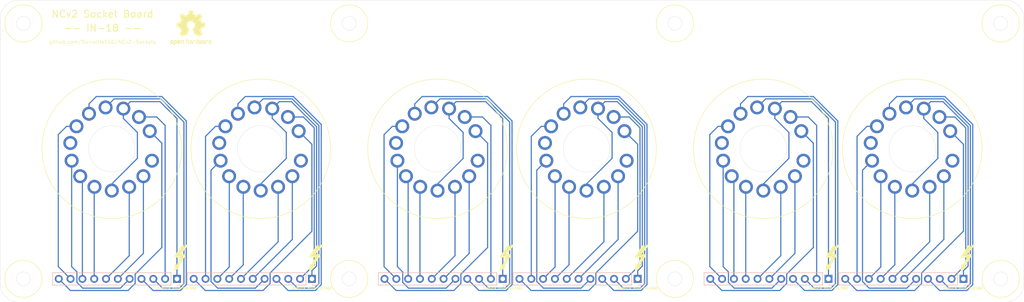
<source format=kicad_pcb>
(kicad_pcb (version 20171130) (host pcbnew "(5.1.10)-1")

  (general
    (thickness 1.6)
    (drawings 39)
    (tracks 327)
    (zones 0)
    (modules 19)
    (nets 67)
  )

  (page A4)
  (layers
    (0 F.Cu signal)
    (31 B.Cu signal)
    (32 B.Adhes user)
    (33 F.Adhes user)
    (34 B.Paste user)
    (35 F.Paste user)
    (36 B.SilkS user)
    (37 F.SilkS user)
    (38 B.Mask user)
    (39 F.Mask user)
    (40 Dwgs.User user)
    (41 Cmts.User user)
    (42 Eco1.User user)
    (43 Eco2.User user)
    (44 Edge.Cuts user)
    (45 Margin user)
    (46 B.CrtYd user hide)
    (47 F.CrtYd user hide)
    (48 B.Fab user hide)
    (49 F.Fab user hide)
  )

  (setup
    (last_trace_width 0.25)
    (trace_clearance 0.2)
    (zone_clearance 0.508)
    (zone_45_only no)
    (trace_min 0.2)
    (via_size 0.8)
    (via_drill 0.4)
    (via_min_size 0.4)
    (via_min_drill 0.3)
    (uvia_size 0.3)
    (uvia_drill 0.1)
    (uvias_allowed no)
    (uvia_min_size 0.2)
    (uvia_min_drill 0.1)
    (edge_width 0.05)
    (segment_width 0.2)
    (pcb_text_width 0.3)
    (pcb_text_size 1.5 1.5)
    (mod_edge_width 0.12)
    (mod_text_size 1 1)
    (mod_text_width 0.15)
    (pad_size 1.524 1.524)
    (pad_drill 0.762)
    (pad_to_mask_clearance 0)
    (aux_axis_origin 0 0)
    (visible_elements 7FFFFF7F)
    (pcbplotparams
      (layerselection 0x010fc_ffffffff)
      (usegerberextensions false)
      (usegerberattributes true)
      (usegerberadvancedattributes true)
      (creategerberjobfile false)
      (excludeedgelayer true)
      (linewidth 0.100000)
      (plotframeref false)
      (viasonmask false)
      (mode 1)
      (useauxorigin false)
      (hpglpennumber 1)
      (hpglpenspeed 20)
      (hpglpendiameter 15.000000)
      (psnegative false)
      (psa4output false)
      (plotreference true)
      (plotvalue true)
      (plotinvisibletext false)
      (padsonsilk false)
      (subtractmaskfromsilk false)
      (outputformat 1)
      (mirror false)
      (drillshape 0)
      (scaleselection 1)
      (outputdirectory "../Fabrication/IN-18/"))
  )

  (net 0 "")
  (net 1 "Net-(J1-Pad1)")
  (net 2 "Net-(J1-Pad2)")
  (net 3 "Net-(J1-Pad3)")
  (net 4 "Net-(J1-Pad4)")
  (net 5 "Net-(J1-Pad5)")
  (net 6 "Net-(J1-Pad6)")
  (net 7 "Net-(J1-Pad7)")
  (net 8 "Net-(J1-Pad8)")
  (net 9 "Net-(J1-Pad9)")
  (net 10 "Net-(J1-Pad10)")
  (net 11 "Net-(J1-Pad11)")
  (net 12 "Net-(J2-Pad11)")
  (net 13 "Net-(J2-Pad10)")
  (net 14 "Net-(J2-Pad9)")
  (net 15 "Net-(J2-Pad8)")
  (net 16 "Net-(J2-Pad7)")
  (net 17 "Net-(J2-Pad6)")
  (net 18 "Net-(J2-Pad5)")
  (net 19 "Net-(J2-Pad4)")
  (net 20 "Net-(J2-Pad3)")
  (net 21 "Net-(J2-Pad2)")
  (net 22 "Net-(J2-Pad1)")
  (net 23 "Net-(J3-Pad1)")
  (net 24 "Net-(J3-Pad2)")
  (net 25 "Net-(J3-Pad3)")
  (net 26 "Net-(J3-Pad4)")
  (net 27 "Net-(J3-Pad5)")
  (net 28 "Net-(J3-Pad6)")
  (net 29 "Net-(J3-Pad7)")
  (net 30 "Net-(J3-Pad8)")
  (net 31 "Net-(J3-Pad9)")
  (net 32 "Net-(J3-Pad10)")
  (net 33 "Net-(J3-Pad11)")
  (net 34 "Net-(J4-Pad11)")
  (net 35 "Net-(J4-Pad10)")
  (net 36 "Net-(J4-Pad9)")
  (net 37 "Net-(J4-Pad8)")
  (net 38 "Net-(J4-Pad7)")
  (net 39 "Net-(J4-Pad6)")
  (net 40 "Net-(J4-Pad5)")
  (net 41 "Net-(J4-Pad4)")
  (net 42 "Net-(J4-Pad3)")
  (net 43 "Net-(J4-Pad2)")
  (net 44 "Net-(J4-Pad1)")
  (net 45 "Net-(J5-Pad1)")
  (net 46 "Net-(J5-Pad2)")
  (net 47 "Net-(J5-Pad3)")
  (net 48 "Net-(J5-Pad4)")
  (net 49 "Net-(J5-Pad5)")
  (net 50 "Net-(J5-Pad6)")
  (net 51 "Net-(J5-Pad7)")
  (net 52 "Net-(J5-Pad8)")
  (net 53 "Net-(J5-Pad9)")
  (net 54 "Net-(J5-Pad10)")
  (net 55 "Net-(J5-Pad11)")
  (net 56 "Net-(J6-Pad11)")
  (net 57 "Net-(J6-Pad10)")
  (net 58 "Net-(J6-Pad9)")
  (net 59 "Net-(J6-Pad8)")
  (net 60 "Net-(J6-Pad7)")
  (net 61 "Net-(J6-Pad6)")
  (net 62 "Net-(J6-Pad5)")
  (net 63 "Net-(J6-Pad4)")
  (net 64 "Net-(J6-Pad3)")
  (net 65 "Net-(J6-Pad2)")
  (net 66 "Net-(J6-Pad1)")

  (net_class Default "This is the default net class."
    (clearance 0.2)
    (trace_width 0.25)
    (via_dia 0.8)
    (via_drill 0.4)
    (uvia_dia 0.3)
    (uvia_drill 0.1)
    (add_net "Net-(J1-Pad1)")
    (add_net "Net-(J1-Pad10)")
    (add_net "Net-(J1-Pad11)")
    (add_net "Net-(J1-Pad2)")
    (add_net "Net-(J1-Pad3)")
    (add_net "Net-(J1-Pad4)")
    (add_net "Net-(J1-Pad5)")
    (add_net "Net-(J1-Pad6)")
    (add_net "Net-(J1-Pad7)")
    (add_net "Net-(J1-Pad8)")
    (add_net "Net-(J1-Pad9)")
    (add_net "Net-(J2-Pad1)")
    (add_net "Net-(J2-Pad10)")
    (add_net "Net-(J2-Pad11)")
    (add_net "Net-(J2-Pad2)")
    (add_net "Net-(J2-Pad3)")
    (add_net "Net-(J2-Pad4)")
    (add_net "Net-(J2-Pad5)")
    (add_net "Net-(J2-Pad6)")
    (add_net "Net-(J2-Pad7)")
    (add_net "Net-(J2-Pad8)")
    (add_net "Net-(J2-Pad9)")
    (add_net "Net-(J3-Pad1)")
    (add_net "Net-(J3-Pad10)")
    (add_net "Net-(J3-Pad11)")
    (add_net "Net-(J3-Pad2)")
    (add_net "Net-(J3-Pad3)")
    (add_net "Net-(J3-Pad4)")
    (add_net "Net-(J3-Pad5)")
    (add_net "Net-(J3-Pad6)")
    (add_net "Net-(J3-Pad7)")
    (add_net "Net-(J3-Pad8)")
    (add_net "Net-(J3-Pad9)")
    (add_net "Net-(J4-Pad1)")
    (add_net "Net-(J4-Pad10)")
    (add_net "Net-(J4-Pad11)")
    (add_net "Net-(J4-Pad2)")
    (add_net "Net-(J4-Pad3)")
    (add_net "Net-(J4-Pad4)")
    (add_net "Net-(J4-Pad5)")
    (add_net "Net-(J4-Pad6)")
    (add_net "Net-(J4-Pad7)")
    (add_net "Net-(J4-Pad8)")
    (add_net "Net-(J4-Pad9)")
    (add_net "Net-(J5-Pad1)")
    (add_net "Net-(J5-Pad10)")
    (add_net "Net-(J5-Pad11)")
    (add_net "Net-(J5-Pad2)")
    (add_net "Net-(J5-Pad3)")
    (add_net "Net-(J5-Pad4)")
    (add_net "Net-(J5-Pad5)")
    (add_net "Net-(J5-Pad6)")
    (add_net "Net-(J5-Pad7)")
    (add_net "Net-(J5-Pad8)")
    (add_net "Net-(J5-Pad9)")
    (add_net "Net-(J6-Pad1)")
    (add_net "Net-(J6-Pad10)")
    (add_net "Net-(J6-Pad11)")
    (add_net "Net-(J6-Pad2)")
    (add_net "Net-(J6-Pad3)")
    (add_net "Net-(J6-Pad4)")
    (add_net "Net-(J6-Pad5)")
    (add_net "Net-(J6-Pad6)")
    (add_net "Net-(J6-Pad7)")
    (add_net "Net-(J6-Pad8)")
    (add_net "Net-(J6-Pad9)")
  )

  (module Symbol:Symbol_Highvoltage_Type1_CopperTop_Small (layer F.Cu) (tedit 617B729E) (tstamp 617BDA7D)
    (at 252 116)
    (descr "Symbol, Highvoltage, Type 1, Copper Top, Small,")
    (tags "Symbol, Highvoltage, Type 1, Copper Top, Small,")
    (attr virtual)
    (fp_text reference REF** (at 1.016 -5.207) (layer F.SilkS) hide
      (effects (font (size 1 1) (thickness 0.15)))
    )
    (fp_text value Symbol_Highvoltage_Type1_CopperTop_Small (at 0.508 4.191) (layer F.Fab)
      (effects (font (size 1 1) (thickness 0.15)))
    )
    (fp_line (start -0.127 1.524) (end -0.254 1.016) (layer F.SilkS) (width 0.381))
    (fp_line (start 1.016 -0.762) (end -0.127 1.524) (layer F.SilkS) (width 0.381))
    (fp_line (start -0.381 -0.762) (end 1.016 -0.762) (layer F.SilkS) (width 0.381))
    (fp_line (start 1.143 -3.048) (end -0.381 -0.762) (layer F.SilkS) (width 0.381))
    (fp_line (start 1.397 -2.667) (end 1.27 -3.175) (layer F.SilkS) (width 0.381))
    (fp_line (start 2.159 -3.175) (end 1.397 -2.667) (layer F.SilkS) (width 0.381))
    (fp_line (start 0.381 -1.143) (end 2.159 -3.175) (layer F.SilkS) (width 0.381))
    (fp_line (start 1.651 -1.143) (end 0.381 -1.143) (layer F.SilkS) (width 0.381))
    (fp_line (start -0.127 1.651) (end 1.651 -1.143) (layer F.SilkS) (width 0.381))
    (fp_line (start 0.381 1.397) (end -0.127 1.651) (layer F.SilkS) (width 0.381))
    (fp_line (start -0.381 2.032) (end 0.381 1.397) (layer F.SilkS) (width 0.381))
    (fp_line (start -0.254 1.016) (end -0.381 2.032) (layer F.SilkS) (width 0.381))
    (fp_line (start 0 -0.889) (end 1.27 -0.889) (layer F.SilkS) (width 0.381))
    (fp_line (start 1.397 -2.794) (end 0 -0.889) (layer F.SilkS) (width 0.381))
  )

  (module Symbol:Symbol_Highvoltage_Type1_CopperTop_Small (layer F.Cu) (tedit 617B729E) (tstamp 617BDA7D)
    (at 223 116)
    (descr "Symbol, Highvoltage, Type 1, Copper Top, Small,")
    (tags "Symbol, Highvoltage, Type 1, Copper Top, Small,")
    (attr virtual)
    (fp_text reference REF** (at 1.016 -5.207) (layer F.SilkS) hide
      (effects (font (size 1 1) (thickness 0.15)))
    )
    (fp_text value Symbol_Highvoltage_Type1_CopperTop_Small (at 0.508 4.191) (layer F.Fab)
      (effects (font (size 1 1) (thickness 0.15)))
    )
    (fp_line (start -0.127 1.524) (end -0.254 1.016) (layer F.SilkS) (width 0.381))
    (fp_line (start 1.016 -0.762) (end -0.127 1.524) (layer F.SilkS) (width 0.381))
    (fp_line (start -0.381 -0.762) (end 1.016 -0.762) (layer F.SilkS) (width 0.381))
    (fp_line (start 1.143 -3.048) (end -0.381 -0.762) (layer F.SilkS) (width 0.381))
    (fp_line (start 1.397 -2.667) (end 1.27 -3.175) (layer F.SilkS) (width 0.381))
    (fp_line (start 2.159 -3.175) (end 1.397 -2.667) (layer F.SilkS) (width 0.381))
    (fp_line (start 0.381 -1.143) (end 2.159 -3.175) (layer F.SilkS) (width 0.381))
    (fp_line (start 1.651 -1.143) (end 0.381 -1.143) (layer F.SilkS) (width 0.381))
    (fp_line (start -0.127 1.651) (end 1.651 -1.143) (layer F.SilkS) (width 0.381))
    (fp_line (start 0.381 1.397) (end -0.127 1.651) (layer F.SilkS) (width 0.381))
    (fp_line (start -0.381 2.032) (end 0.381 1.397) (layer F.SilkS) (width 0.381))
    (fp_line (start -0.254 1.016) (end -0.381 2.032) (layer F.SilkS) (width 0.381))
    (fp_line (start 0 -0.889) (end 1.27 -0.889) (layer F.SilkS) (width 0.381))
    (fp_line (start 1.397 -2.794) (end 0 -0.889) (layer F.SilkS) (width 0.381))
  )

  (module Symbol:Symbol_Highvoltage_Type1_CopperTop_Small (layer F.Cu) (tedit 617B729E) (tstamp 617BDA7D)
    (at 182 116)
    (descr "Symbol, Highvoltage, Type 1, Copper Top, Small,")
    (tags "Symbol, Highvoltage, Type 1, Copper Top, Small,")
    (attr virtual)
    (fp_text reference REF** (at 1.016 -5.207) (layer F.SilkS) hide
      (effects (font (size 1 1) (thickness 0.15)))
    )
    (fp_text value Symbol_Highvoltage_Type1_CopperTop_Small (at 0.508 4.191) (layer F.Fab)
      (effects (font (size 1 1) (thickness 0.15)))
    )
    (fp_line (start -0.127 1.524) (end -0.254 1.016) (layer F.SilkS) (width 0.381))
    (fp_line (start 1.016 -0.762) (end -0.127 1.524) (layer F.SilkS) (width 0.381))
    (fp_line (start -0.381 -0.762) (end 1.016 -0.762) (layer F.SilkS) (width 0.381))
    (fp_line (start 1.143 -3.048) (end -0.381 -0.762) (layer F.SilkS) (width 0.381))
    (fp_line (start 1.397 -2.667) (end 1.27 -3.175) (layer F.SilkS) (width 0.381))
    (fp_line (start 2.159 -3.175) (end 1.397 -2.667) (layer F.SilkS) (width 0.381))
    (fp_line (start 0.381 -1.143) (end 2.159 -3.175) (layer F.SilkS) (width 0.381))
    (fp_line (start 1.651 -1.143) (end 0.381 -1.143) (layer F.SilkS) (width 0.381))
    (fp_line (start -0.127 1.651) (end 1.651 -1.143) (layer F.SilkS) (width 0.381))
    (fp_line (start 0.381 1.397) (end -0.127 1.651) (layer F.SilkS) (width 0.381))
    (fp_line (start -0.381 2.032) (end 0.381 1.397) (layer F.SilkS) (width 0.381))
    (fp_line (start -0.254 1.016) (end -0.381 2.032) (layer F.SilkS) (width 0.381))
    (fp_line (start 0 -0.889) (end 1.27 -0.889) (layer F.SilkS) (width 0.381))
    (fp_line (start 1.397 -2.794) (end 0 -0.889) (layer F.SilkS) (width 0.381))
  )

  (module Symbol:Symbol_Highvoltage_Type1_CopperTop_Small (layer F.Cu) (tedit 617B729E) (tstamp 617BDA7D)
    (at 153 116)
    (descr "Symbol, Highvoltage, Type 1, Copper Top, Small,")
    (tags "Symbol, Highvoltage, Type 1, Copper Top, Small,")
    (attr virtual)
    (fp_text reference REF** (at 1.016 -5.207) (layer F.SilkS) hide
      (effects (font (size 1 1) (thickness 0.15)))
    )
    (fp_text value Symbol_Highvoltage_Type1_CopperTop_Small (at 0.508 4.191) (layer F.Fab)
      (effects (font (size 1 1) (thickness 0.15)))
    )
    (fp_line (start -0.127 1.524) (end -0.254 1.016) (layer F.SilkS) (width 0.381))
    (fp_line (start 1.016 -0.762) (end -0.127 1.524) (layer F.SilkS) (width 0.381))
    (fp_line (start -0.381 -0.762) (end 1.016 -0.762) (layer F.SilkS) (width 0.381))
    (fp_line (start 1.143 -3.048) (end -0.381 -0.762) (layer F.SilkS) (width 0.381))
    (fp_line (start 1.397 -2.667) (end 1.27 -3.175) (layer F.SilkS) (width 0.381))
    (fp_line (start 2.159 -3.175) (end 1.397 -2.667) (layer F.SilkS) (width 0.381))
    (fp_line (start 0.381 -1.143) (end 2.159 -3.175) (layer F.SilkS) (width 0.381))
    (fp_line (start 1.651 -1.143) (end 0.381 -1.143) (layer F.SilkS) (width 0.381))
    (fp_line (start -0.127 1.651) (end 1.651 -1.143) (layer F.SilkS) (width 0.381))
    (fp_line (start 0.381 1.397) (end -0.127 1.651) (layer F.SilkS) (width 0.381))
    (fp_line (start -0.381 2.032) (end 0.381 1.397) (layer F.SilkS) (width 0.381))
    (fp_line (start -0.254 1.016) (end -0.381 2.032) (layer F.SilkS) (width 0.381))
    (fp_line (start 0 -0.889) (end 1.27 -0.889) (layer F.SilkS) (width 0.381))
    (fp_line (start 1.397 -2.794) (end 0 -0.889) (layer F.SilkS) (width 0.381))
  )

  (module Symbol:Symbol_Highvoltage_Type1_CopperTop_Small (layer F.Cu) (tedit 617B729E) (tstamp 617BDA7D)
    (at 112 116)
    (descr "Symbol, Highvoltage, Type 1, Copper Top, Small,")
    (tags "Symbol, Highvoltage, Type 1, Copper Top, Small,")
    (attr virtual)
    (fp_text reference REF** (at 1.016 -5.207) (layer F.SilkS) hide
      (effects (font (size 1 1) (thickness 0.15)))
    )
    (fp_text value Symbol_Highvoltage_Type1_CopperTop_Small (at 0.508 4.191) (layer F.Fab)
      (effects (font (size 1 1) (thickness 0.15)))
    )
    (fp_line (start -0.127 1.524) (end -0.254 1.016) (layer F.SilkS) (width 0.381))
    (fp_line (start 1.016 -0.762) (end -0.127 1.524) (layer F.SilkS) (width 0.381))
    (fp_line (start -0.381 -0.762) (end 1.016 -0.762) (layer F.SilkS) (width 0.381))
    (fp_line (start 1.143 -3.048) (end -0.381 -0.762) (layer F.SilkS) (width 0.381))
    (fp_line (start 1.397 -2.667) (end 1.27 -3.175) (layer F.SilkS) (width 0.381))
    (fp_line (start 2.159 -3.175) (end 1.397 -2.667) (layer F.SilkS) (width 0.381))
    (fp_line (start 0.381 -1.143) (end 2.159 -3.175) (layer F.SilkS) (width 0.381))
    (fp_line (start 1.651 -1.143) (end 0.381 -1.143) (layer F.SilkS) (width 0.381))
    (fp_line (start -0.127 1.651) (end 1.651 -1.143) (layer F.SilkS) (width 0.381))
    (fp_line (start 0.381 1.397) (end -0.127 1.651) (layer F.SilkS) (width 0.381))
    (fp_line (start -0.381 2.032) (end 0.381 1.397) (layer F.SilkS) (width 0.381))
    (fp_line (start -0.254 1.016) (end -0.381 2.032) (layer F.SilkS) (width 0.381))
    (fp_line (start 0 -0.889) (end 1.27 -0.889) (layer F.SilkS) (width 0.381))
    (fp_line (start 1.397 -2.794) (end 0 -0.889) (layer F.SilkS) (width 0.381))
  )

  (module Symbol:Symbol_Highvoltage_Type1_CopperTop_Small (layer F.Cu) (tedit 617B729E) (tstamp 617BD8C9)
    (at 83 116)
    (descr "Symbol, Highvoltage, Type 1, Copper Top, Small,")
    (tags "Symbol, Highvoltage, Type 1, Copper Top, Small,")
    (attr virtual)
    (fp_text reference REF** (at 1.016 -5.207) (layer F.SilkS) hide
      (effects (font (size 1 1) (thickness 0.15)))
    )
    (fp_text value Symbol_Highvoltage_Type1_CopperTop_Small (at 0.508 4.191) (layer F.Fab)
      (effects (font (size 1 1) (thickness 0.15)))
    )
    (fp_line (start -0.127 1.524) (end -0.254 1.016) (layer F.SilkS) (width 0.381))
    (fp_line (start 1.016 -0.762) (end -0.127 1.524) (layer F.SilkS) (width 0.381))
    (fp_line (start -0.381 -0.762) (end 1.016 -0.762) (layer F.SilkS) (width 0.381))
    (fp_line (start 1.143 -3.048) (end -0.381 -0.762) (layer F.SilkS) (width 0.381))
    (fp_line (start 1.397 -2.667) (end 1.27 -3.175) (layer F.SilkS) (width 0.381))
    (fp_line (start 2.159 -3.175) (end 1.397 -2.667) (layer F.SilkS) (width 0.381))
    (fp_line (start 0.381 -1.143) (end 2.159 -3.175) (layer F.SilkS) (width 0.381))
    (fp_line (start 1.651 -1.143) (end 0.381 -1.143) (layer F.SilkS) (width 0.381))
    (fp_line (start -0.127 1.651) (end 1.651 -1.143) (layer F.SilkS) (width 0.381))
    (fp_line (start 0.381 1.397) (end -0.127 1.651) (layer F.SilkS) (width 0.381))
    (fp_line (start -0.381 2.032) (end 0.381 1.397) (layer F.SilkS) (width 0.381))
    (fp_line (start -0.254 1.016) (end -0.381 2.032) (layer F.SilkS) (width 0.381))
    (fp_line (start 0 -0.889) (end 1.27 -0.889) (layer F.SilkS) (width 0.381))
    (fp_line (start 1.397 -2.794) (end 0 -0.889) (layer F.SilkS) (width 0.381))
  )

  (module Symbol:OSHW-Logo2_9.8x8mm_SilkScreen (layer F.Cu) (tedit 0) (tstamp 618D8C33)
    (at 86 66)
    (descr "Open Source Hardware Symbol")
    (tags "Logo Symbol OSHW")
    (attr virtual)
    (fp_text reference REF** (at 0 0) (layer F.SilkS) hide
      (effects (font (size 1 1) (thickness 0.15)))
    )
    (fp_text value OSHW-Logo2_9.8x8mm_SilkScreen (at 0.75 0) (layer F.Fab) hide
      (effects (font (size 1 1) (thickness 0.15)))
    )
    (fp_poly (pts (xy 0.139878 -3.712224) (xy 0.245612 -3.711645) (xy 0.322132 -3.710078) (xy 0.374372 -3.707028)
      (xy 0.407263 -3.702004) (xy 0.425737 -3.694511) (xy 0.434727 -3.684056) (xy 0.439163 -3.670147)
      (xy 0.439594 -3.668346) (xy 0.446333 -3.635855) (xy 0.458808 -3.571748) (xy 0.475719 -3.482849)
      (xy 0.495771 -3.375981) (xy 0.517664 -3.257967) (xy 0.518429 -3.253822) (xy 0.540359 -3.138169)
      (xy 0.560877 -3.035986) (xy 0.578659 -2.953402) (xy 0.592381 -2.896544) (xy 0.600718 -2.871542)
      (xy 0.601116 -2.871099) (xy 0.625677 -2.85889) (xy 0.676315 -2.838544) (xy 0.742095 -2.814455)
      (xy 0.742461 -2.814326) (xy 0.825317 -2.783182) (xy 0.923 -2.743509) (xy 1.015077 -2.703619)
      (xy 1.019434 -2.701647) (xy 1.169407 -2.63358) (xy 1.501498 -2.860361) (xy 1.603374 -2.929496)
      (xy 1.695657 -2.991303) (xy 1.773003 -3.042267) (xy 1.830064 -3.078873) (xy 1.861495 -3.097606)
      (xy 1.864479 -3.098996) (xy 1.887321 -3.09281) (xy 1.929982 -3.062965) (xy 1.994128 -3.008053)
      (xy 2.081421 -2.926666) (xy 2.170535 -2.840078) (xy 2.256441 -2.754753) (xy 2.333327 -2.676892)
      (xy 2.396564 -2.611303) (xy 2.441523 -2.562795) (xy 2.463576 -2.536175) (xy 2.464396 -2.534805)
      (xy 2.466834 -2.516537) (xy 2.45765 -2.486705) (xy 2.434574 -2.441279) (xy 2.395337 -2.37623)
      (xy 2.33767 -2.28753) (xy 2.260795 -2.173343) (xy 2.19257 -2.072838) (xy 2.131582 -1.982697)
      (xy 2.081356 -1.908151) (xy 2.045416 -1.854435) (xy 2.027287 -1.826782) (xy 2.026146 -1.824905)
      (xy 2.028359 -1.79841) (xy 2.045138 -1.746914) (xy 2.073142 -1.680149) (xy 2.083122 -1.658828)
      (xy 2.126672 -1.563841) (xy 2.173134 -1.456063) (xy 2.210877 -1.362808) (xy 2.238073 -1.293594)
      (xy 2.259675 -1.240994) (xy 2.272158 -1.213503) (xy 2.273709 -1.211384) (xy 2.296668 -1.207876)
      (xy 2.350786 -1.198262) (xy 2.428868 -1.183911) (xy 2.523719 -1.166193) (xy 2.628143 -1.146475)
      (xy 2.734944 -1.126126) (xy 2.836926 -1.106514) (xy 2.926894 -1.089009) (xy 2.997653 -1.074978)
      (xy 3.042006 -1.065791) (xy 3.052885 -1.063193) (xy 3.064122 -1.056782) (xy 3.072605 -1.042303)
      (xy 3.078714 -1.014867) (xy 3.082832 -0.969589) (xy 3.085341 -0.90158) (xy 3.086621 -0.805953)
      (xy 3.087054 -0.67782) (xy 3.087077 -0.625299) (xy 3.087077 -0.198155) (xy 2.9845 -0.177909)
      (xy 2.927431 -0.16693) (xy 2.842269 -0.150905) (xy 2.739372 -0.131767) (xy 2.629096 -0.111449)
      (xy 2.598615 -0.105868) (xy 2.496855 -0.086083) (xy 2.408205 -0.066627) (xy 2.340108 -0.049303)
      (xy 2.300004 -0.035912) (xy 2.293323 -0.031921) (xy 2.276919 -0.003658) (xy 2.253399 0.051109)
      (xy 2.227316 0.121588) (xy 2.222142 0.136769) (xy 2.187956 0.230896) (xy 2.145523 0.337101)
      (xy 2.103997 0.432473) (xy 2.103792 0.432916) (xy 2.03464 0.582525) (xy 2.489512 1.251617)
      (xy 2.1975 1.544116) (xy 2.10918 1.63117) (xy 2.028625 1.707909) (xy 1.96036 1.770237)
      (xy 1.908908 1.814056) (xy 1.878794 1.83527) (xy 1.874474 1.836616) (xy 1.849111 1.826016)
      (xy 1.797358 1.796547) (xy 1.724868 1.751705) (xy 1.637294 1.694984) (xy 1.542612 1.631462)
      (xy 1.446516 1.566668) (xy 1.360837 1.510287) (xy 1.291016 1.465788) (xy 1.242494 1.436639)
      (xy 1.220782 1.426308) (xy 1.194293 1.43505) (xy 1.144062 1.458087) (xy 1.080451 1.490631)
      (xy 1.073708 1.494249) (xy 0.988046 1.53721) (xy 0.929306 1.558279) (xy 0.892772 1.558503)
      (xy 0.873731 1.538928) (xy 0.87362 1.538654) (xy 0.864102 1.515472) (xy 0.841403 1.460441)
      (xy 0.807282 1.377822) (xy 0.7635 1.271872) (xy 0.711816 1.146852) (xy 0.653992 1.00702)
      (xy 0.597991 0.871637) (xy 0.536447 0.722234) (xy 0.479939 0.583832) (xy 0.430161 0.460673)
      (xy 0.388806 0.357002) (xy 0.357568 0.277059) (xy 0.338141 0.225088) (xy 0.332154 0.205692)
      (xy 0.347168 0.183443) (xy 0.386439 0.147982) (xy 0.438807 0.108887) (xy 0.587941 -0.014755)
      (xy 0.704511 -0.156478) (xy 0.787118 -0.313296) (xy 0.834366 -0.482225) (xy 0.844857 -0.660278)
      (xy 0.837231 -0.742461) (xy 0.795682 -0.912969) (xy 0.724123 -1.063541) (xy 0.626995 -1.192691)
      (xy 0.508734 -1.298936) (xy 0.37378 -1.38079) (xy 0.226571 -1.436768) (xy 0.071544 -1.465385)
      (xy -0.086861 -1.465156) (xy -0.244206 -1.434595) (xy -0.396054 -1.372218) (xy -0.537965 -1.27654)
      (xy -0.597197 -1.222428) (xy -0.710797 -1.08348) (xy -0.789894 -0.931639) (xy -0.835014 -0.771333)
      (xy -0.846684 -0.606988) (xy -0.825431 -0.443029) (xy -0.77178 -0.283882) (xy -0.68626 -0.133975)
      (xy -0.569395 0.002267) (xy -0.438807 0.108887) (xy -0.384412 0.149642) (xy -0.345986 0.184718)
      (xy -0.332154 0.205726) (xy -0.339397 0.228635) (xy -0.359995 0.283365) (xy -0.392254 0.365672)
      (xy -0.434479 0.471315) (xy -0.484977 0.59605) (xy -0.542052 0.735636) (xy -0.598146 0.87167)
      (xy -0.660033 1.021201) (xy -0.717356 1.159767) (xy -0.768356 1.283107) (xy -0.811273 1.386964)
      (xy -0.844347 1.46708) (xy -0.865819 1.519195) (xy -0.873775 1.538654) (xy -0.892571 1.558423)
      (xy -0.928926 1.558365) (xy -0.987521 1.537441) (xy -1.073032 1.494613) (xy -1.073708 1.494249)
      (xy -1.138093 1.461012) (xy -1.190139 1.436802) (xy -1.219488 1.426404) (xy -1.220783 1.426308)
      (xy -1.242876 1.436855) (xy -1.291652 1.466184) (xy -1.361669 1.510827) (xy -1.447486 1.567314)
      (xy -1.542612 1.631462) (xy -1.63946 1.696411) (xy -1.726747 1.752896) (xy -1.798819 1.797421)
      (xy -1.850023 1.82649) (xy -1.874474 1.836616) (xy -1.89699 1.823307) (xy -1.942258 1.786112)
      (xy -2.005756 1.729128) (xy -2.082961 1.656449) (xy -2.169349 1.572171) (xy -2.197601 1.544016)
      (xy -2.489713 1.251416) (xy -2.267369 0.925104) (xy -2.199798 0.824897) (xy -2.140493 0.734963)
      (xy -2.092783 0.66051) (xy -2.059993 0.606751) (xy -2.045452 0.578894) (xy -2.045026 0.576912)
      (xy -2.052692 0.550655) (xy -2.073311 0.497837) (xy -2.103315 0.42731) (xy -2.124375 0.380093)
      (xy -2.163752 0.289694) (xy -2.200835 0.198366) (xy -2.229585 0.1212) (xy -2.237395 0.097692)
      (xy -2.259583 0.034916) (xy -2.281273 -0.013589) (xy -2.293187 -0.031921) (xy -2.319477 -0.043141)
      (xy -2.376858 -0.059046) (xy -2.457882 -0.077833) (xy -2.555105 -0.097701) (xy -2.598615 -0.105868)
      (xy -2.709104 -0.126171) (xy -2.815084 -0.14583) (xy -2.906199 -0.162912) (xy -2.972092 -0.175482)
      (xy -2.9845 -0.177909) (xy -3.087077 -0.198155) (xy -3.087077 -0.625299) (xy -3.086847 -0.765754)
      (xy -3.085901 -0.872021) (xy -3.083859 -0.948987) (xy -3.080338 -1.00154) (xy -3.074957 -1.034567)
      (xy -3.067334 -1.052955) (xy -3.057088 -1.061592) (xy -3.052885 -1.063193) (xy -3.02753 -1.068873)
      (xy -2.971516 -1.080205) (xy -2.892036 -1.095821) (xy -2.796288 -1.114353) (xy -2.691467 -1.134431)
      (xy -2.584768 -1.154688) (xy -2.483387 -1.173754) (xy -2.394521 -1.190261) (xy -2.325363 -1.202841)
      (xy -2.283111 -1.210125) (xy -2.27371 -1.211384) (xy -2.265193 -1.228237) (xy -2.24634 -1.27313)
      (xy -2.220676 -1.33757) (xy -2.210877 -1.362808) (xy -2.171352 -1.460314) (xy -2.124808 -1.568041)
      (xy -2.083123 -1.658828) (xy -2.05245 -1.728247) (xy -2.032044 -1.78529) (xy -2.025232 -1.820223)
      (xy -2.026318 -1.824905) (xy -2.040715 -1.847009) (xy -2.073588 -1.896169) (xy -2.12141 -1.967152)
      (xy -2.180652 -2.054722) (xy -2.247785 -2.153643) (xy -2.261059 -2.17317) (xy -2.338954 -2.28886)
      (xy -2.396213 -2.376956) (xy -2.435119 -2.441514) (xy -2.457956 -2.486589) (xy -2.467006 -2.516237)
      (xy -2.464552 -2.534515) (xy -2.464489 -2.534631) (xy -2.445173 -2.558639) (xy -2.402449 -2.605053)
      (xy -2.340949 -2.669063) (xy -2.265302 -2.745855) (xy -2.180139 -2.830618) (xy -2.170535 -2.840078)
      (xy -2.06321 -2.944011) (xy -1.980385 -3.020325) (xy -1.920395 -3.070429) (xy -1.881577 -3.09573)
      (xy -1.86448 -3.098996) (xy -1.839527 -3.08475) (xy -1.787745 -3.051844) (xy -1.71448 -3.003792)
      (xy -1.62508 -2.94411) (xy -1.524889 -2.876312) (xy -1.501499 -2.860361) (xy -1.169407 -2.63358)
      (xy -1.019435 -2.701647) (xy -0.92823 -2.741315) (xy -0.830331 -2.781209) (xy -0.746169 -2.813017)
      (xy -0.742462 -2.814326) (xy -0.676631 -2.838424) (xy -0.625884 -2.8588) (xy -0.601158 -2.871064)
      (xy -0.601116 -2.871099) (xy -0.593271 -2.893266) (xy -0.579934 -2.947783) (xy -0.56243 -3.02852)
      (xy -0.542083 -3.12935) (xy -0.520218 -3.244144) (xy -0.518429 -3.253822) (xy -0.496496 -3.372096)
      (xy -0.47636 -3.479458) (xy -0.45932 -3.569083) (xy -0.446672 -3.634149) (xy -0.439716 -3.667832)
      (xy -0.439594 -3.668346) (xy -0.435361 -3.682675) (xy -0.427129 -3.693493) (xy -0.409967 -3.701294)
      (xy -0.378942 -3.706571) (xy -0.329122 -3.709818) (xy -0.255576 -3.711528) (xy -0.153371 -3.712193)
      (xy -0.017575 -3.712307) (xy 0 -3.712308) (xy 0.139878 -3.712224)) (layer F.SilkS) (width 0.01))
    (fp_poly (pts (xy 4.245224 2.647838) (xy 4.322528 2.698361) (xy 4.359814 2.74359) (xy 4.389353 2.825663)
      (xy 4.391699 2.890607) (xy 4.386385 2.977445) (xy 4.186115 3.065103) (xy 4.088739 3.109887)
      (xy 4.025113 3.145913) (xy 3.992029 3.177117) (xy 3.98628 3.207436) (xy 4.004658 3.240805)
      (xy 4.024923 3.262923) (xy 4.083889 3.298393) (xy 4.148024 3.300879) (xy 4.206926 3.273235)
      (xy 4.250197 3.21832) (xy 4.257936 3.198928) (xy 4.295006 3.138364) (xy 4.337654 3.112552)
      (xy 4.396154 3.090471) (xy 4.396154 3.174184) (xy 4.390982 3.23115) (xy 4.370723 3.279189)
      (xy 4.328262 3.334346) (xy 4.321951 3.341514) (xy 4.27472 3.390585) (xy 4.234121 3.41692)
      (xy 4.183328 3.429035) (xy 4.14122 3.433003) (xy 4.065902 3.433991) (xy 4.012286 3.421466)
      (xy 3.978838 3.402869) (xy 3.926268 3.361975) (xy 3.889879 3.317748) (xy 3.86685 3.262126)
      (xy 3.854359 3.187047) (xy 3.849587 3.084449) (xy 3.849206 3.032376) (xy 3.850501 2.969948)
      (xy 3.968471 2.969948) (xy 3.969839 3.003438) (xy 3.973249 3.008923) (xy 3.995753 3.001472)
      (xy 4.044182 2.981753) (xy 4.108908 2.953718) (xy 4.122443 2.947692) (xy 4.204244 2.906096)
      (xy 4.249312 2.869538) (xy 4.259217 2.835296) (xy 4.235526 2.800648) (xy 4.21596 2.785339)
      (xy 4.14536 2.754721) (xy 4.07928 2.75978) (xy 4.023959 2.797151) (xy 3.985636 2.863473)
      (xy 3.973349 2.916116) (xy 3.968471 2.969948) (xy 3.850501 2.969948) (xy 3.85173 2.91072)
      (xy 3.861032 2.82071) (xy 3.87946 2.755167) (xy 3.90936 2.706912) (xy 3.95308 2.668767)
      (xy 3.972141 2.65644) (xy 4.058726 2.624336) (xy 4.153522 2.622316) (xy 4.245224 2.647838)) (layer F.SilkS) (width 0.01))
    (fp_poly (pts (xy 3.570807 2.636782) (xy 3.594161 2.646988) (xy 3.649902 2.691134) (xy 3.697569 2.754967)
      (xy 3.727048 2.823087) (xy 3.731846 2.85667) (xy 3.71576 2.903556) (xy 3.680475 2.928365)
      (xy 3.642644 2.943387) (xy 3.625321 2.946155) (xy 3.616886 2.926066) (xy 3.60023 2.882351)
      (xy 3.592923 2.862598) (xy 3.551948 2.794271) (xy 3.492622 2.760191) (xy 3.416552 2.761239)
      (xy 3.410918 2.762581) (xy 3.370305 2.781836) (xy 3.340448 2.819375) (xy 3.320055 2.879809)
      (xy 3.307836 2.967751) (xy 3.3025 3.087813) (xy 3.302 3.151698) (xy 3.301752 3.252403)
      (xy 3.300126 3.321054) (xy 3.295801 3.364673) (xy 3.287454 3.390282) (xy 3.273765 3.404903)
      (xy 3.253411 3.415558) (xy 3.252234 3.416095) (xy 3.213038 3.432667) (xy 3.193619 3.438769)
      (xy 3.190635 3.420319) (xy 3.188081 3.369323) (xy 3.18614 3.292308) (xy 3.184997 3.195805)
      (xy 3.184769 3.125184) (xy 3.185932 2.988525) (xy 3.190479 2.884851) (xy 3.199999 2.808108)
      (xy 3.216081 2.752246) (xy 3.240313 2.711212) (xy 3.274286 2.678954) (xy 3.307833 2.65644)
      (xy 3.388499 2.626476) (xy 3.482381 2.619718) (xy 3.570807 2.636782)) (layer F.SilkS) (width 0.01))
    (fp_poly (pts (xy 2.887333 2.633528) (xy 2.94359 2.659117) (xy 2.987747 2.690124) (xy 3.020101 2.724795)
      (xy 3.042438 2.76952) (xy 3.056546 2.830692) (xy 3.064211 2.914701) (xy 3.06722 3.02794)
      (xy 3.067538 3.102509) (xy 3.067538 3.39342) (xy 3.017773 3.416095) (xy 2.978576 3.432667)
      (xy 2.959157 3.438769) (xy 2.955442 3.42061) (xy 2.952495 3.371648) (xy 2.950691 3.300153)
      (xy 2.950308 3.243385) (xy 2.948661 3.161371) (xy 2.944222 3.096309) (xy 2.93774 3.056467)
      (xy 2.93259 3.048) (xy 2.897977 3.056646) (xy 2.84364 3.078823) (xy 2.780722 3.108886)
      (xy 2.720368 3.141192) (xy 2.673721 3.170098) (xy 2.651926 3.189961) (xy 2.651839 3.190175)
      (xy 2.653714 3.226935) (xy 2.670525 3.262026) (xy 2.700039 3.290528) (xy 2.743116 3.300061)
      (xy 2.779932 3.29895) (xy 2.832074 3.298133) (xy 2.859444 3.310349) (xy 2.875882 3.342624)
      (xy 2.877955 3.34871) (xy 2.885081 3.394739) (xy 2.866024 3.422687) (xy 2.816353 3.436007)
      (xy 2.762697 3.43847) (xy 2.666142 3.42021) (xy 2.616159 3.394131) (xy 2.554429 3.332868)
      (xy 2.52169 3.25767) (xy 2.518753 3.178211) (xy 2.546424 3.104167) (xy 2.588047 3.057769)
      (xy 2.629604 3.031793) (xy 2.694922 2.998907) (xy 2.771038 2.965557) (xy 2.783726 2.960461)
      (xy 2.867333 2.923565) (xy 2.91553 2.891046) (xy 2.93103 2.858718) (xy 2.91655 2.822394)
      (xy 2.891692 2.794) (xy 2.832939 2.759039) (xy 2.768293 2.756417) (xy 2.709008 2.783358)
      (xy 2.666339 2.837088) (xy 2.660739 2.85095) (xy 2.628133 2.901936) (xy 2.58053 2.939787)
      (xy 2.520461 2.97085) (xy 2.520461 2.882768) (xy 2.523997 2.828951) (xy 2.539156 2.786534)
      (xy 2.572768 2.741279) (xy 2.605035 2.70642) (xy 2.655209 2.657062) (xy 2.694193 2.630547)
      (xy 2.736064 2.619911) (xy 2.78346 2.618154) (xy 2.887333 2.633528)) (layer F.SilkS) (width 0.01))
    (fp_poly (pts (xy 2.395929 2.636662) (xy 2.398911 2.688068) (xy 2.401247 2.766192) (xy 2.402749 2.864857)
      (xy 2.403231 2.968343) (xy 2.403231 3.318533) (xy 2.341401 3.380363) (xy 2.298793 3.418462)
      (xy 2.26139 3.433895) (xy 2.21027 3.432918) (xy 2.189978 3.430433) (xy 2.126554 3.4232)
      (xy 2.074095 3.419055) (xy 2.061308 3.418672) (xy 2.018199 3.421176) (xy 1.956544 3.427462)
      (xy 1.932638 3.430433) (xy 1.873922 3.435028) (xy 1.834464 3.425046) (xy 1.795338 3.394228)
      (xy 1.781215 3.380363) (xy 1.719385 3.318533) (xy 1.719385 2.663503) (xy 1.76915 2.640829)
      (xy 1.812002 2.624034) (xy 1.837073 2.618154) (xy 1.843501 2.636736) (xy 1.849509 2.688655)
      (xy 1.854697 2.768172) (xy 1.858664 2.869546) (xy 1.860577 2.955192) (xy 1.865923 3.292231)
      (xy 1.91256 3.298825) (xy 1.954976 3.294214) (xy 1.97576 3.279287) (xy 1.98157 3.251377)
      (xy 1.98653 3.191925) (xy 1.990246 3.108466) (xy 1.992324 3.008532) (xy 1.992624 2.957104)
      (xy 1.992923 2.661054) (xy 2.054454 2.639604) (xy 2.098004 2.62502) (xy 2.121694 2.618219)
      (xy 2.122377 2.618154) (xy 2.124754 2.636642) (xy 2.127366 2.687906) (xy 2.129995 2.765649)
      (xy 2.132421 2.863574) (xy 2.134115 2.955192) (xy 2.139461 3.292231) (xy 2.256692 3.292231)
      (xy 2.262072 2.984746) (xy 2.267451 2.677261) (xy 2.324601 2.647707) (xy 2.366797 2.627413)
      (xy 2.39177 2.618204) (xy 2.392491 2.618154) (xy 2.395929 2.636662)) (layer F.SilkS) (width 0.01))
    (fp_poly (pts (xy 1.602081 2.780289) (xy 1.601833 2.92632) (xy 1.600872 3.038655) (xy 1.598794 3.122678)
      (xy 1.595193 3.183769) (xy 1.589665 3.227309) (xy 1.581804 3.258679) (xy 1.571207 3.283262)
      (xy 1.563182 3.297294) (xy 1.496728 3.373388) (xy 1.41247 3.421084) (xy 1.319249 3.438199)
      (xy 1.2259 3.422546) (xy 1.170312 3.394418) (xy 1.111957 3.34576) (xy 1.072186 3.286333)
      (xy 1.04819 3.208507) (xy 1.037161 3.104652) (xy 1.035599 3.028462) (xy 1.035809 3.022986)
      (xy 1.172308 3.022986) (xy 1.173141 3.110355) (xy 1.176961 3.168192) (xy 1.185746 3.206029)
      (xy 1.201474 3.233398) (xy 1.220266 3.254042) (xy 1.283375 3.29389) (xy 1.351137 3.297295)
      (xy 1.415179 3.264025) (xy 1.420164 3.259517) (xy 1.441439 3.236067) (xy 1.454779 3.208166)
      (xy 1.462001 3.166641) (xy 1.464923 3.102316) (xy 1.465385 3.0312) (xy 1.464383 2.941858)
      (xy 1.460238 2.882258) (xy 1.451236 2.843089) (xy 1.435667 2.81504) (xy 1.422902 2.800144)
      (xy 1.3636 2.762575) (xy 1.295301 2.758057) (xy 1.23011 2.786753) (xy 1.217528 2.797406)
      (xy 1.196111 2.821063) (xy 1.182744 2.849251) (xy 1.175566 2.891245) (xy 1.172719 2.956319)
      (xy 1.172308 3.022986) (xy 1.035809 3.022986) (xy 1.040322 2.905765) (xy 1.056362 2.813577)
      (xy 1.086528 2.744269) (xy 1.133629 2.690211) (xy 1.170312 2.662505) (xy 1.23699 2.632572)
      (xy 1.314272 2.618678) (xy 1.38611 2.622397) (xy 1.426308 2.6374) (xy 1.442082 2.64167)
      (xy 1.45255 2.62575) (xy 1.459856 2.583089) (xy 1.465385 2.518106) (xy 1.471437 2.445732)
      (xy 1.479844 2.402187) (xy 1.495141 2.377287) (xy 1.521864 2.360845) (xy 1.538654 2.353564)
      (xy 1.602154 2.326963) (xy 1.602081 2.780289)) (layer F.SilkS) (width 0.01))
    (fp_poly (pts (xy 0.713362 2.62467) (xy 0.802117 2.657421) (xy 0.874022 2.71535) (xy 0.902144 2.756128)
      (xy 0.932802 2.830954) (xy 0.932165 2.885058) (xy 0.899987 2.921446) (xy 0.888081 2.927633)
      (xy 0.836675 2.946925) (xy 0.810422 2.941982) (xy 0.80153 2.909587) (xy 0.801077 2.891692)
      (xy 0.784797 2.825859) (xy 0.742365 2.779807) (xy 0.683388 2.757564) (xy 0.617475 2.763161)
      (xy 0.563895 2.792229) (xy 0.545798 2.80881) (xy 0.532971 2.828925) (xy 0.524306 2.859332)
      (xy 0.518696 2.906788) (xy 0.515035 2.97805) (xy 0.512215 3.079875) (xy 0.511484 3.112115)
      (xy 0.50882 3.22241) (xy 0.505792 3.300036) (xy 0.50125 3.351396) (xy 0.494046 3.38289)
      (xy 0.483033 3.40092) (xy 0.46706 3.411888) (xy 0.456834 3.416733) (xy 0.413406 3.433301)
      (xy 0.387842 3.438769) (xy 0.379395 3.420507) (xy 0.374239 3.365296) (xy 0.372346 3.272499)
      (xy 0.373689 3.141478) (xy 0.374107 3.121269) (xy 0.377058 3.001733) (xy 0.380548 2.914449)
      (xy 0.385514 2.852591) (xy 0.392893 2.809336) (xy 0.403624 2.77786) (xy 0.418645 2.751339)
      (xy 0.426502 2.739975) (xy 0.471553 2.689692) (xy 0.52194 2.650581) (xy 0.528108 2.647167)
      (xy 0.618458 2.620212) (xy 0.713362 2.62467)) (layer F.SilkS) (width 0.01))
    (fp_poly (pts (xy 0.053501 2.626303) (xy 0.13006 2.654733) (xy 0.130936 2.655279) (xy 0.178285 2.690127)
      (xy 0.213241 2.730852) (xy 0.237825 2.783925) (xy 0.254062 2.855814) (xy 0.263975 2.952992)
      (xy 0.269586 3.081928) (xy 0.270077 3.100298) (xy 0.277141 3.377287) (xy 0.217695 3.408028)
      (xy 0.174681 3.428802) (xy 0.14871 3.438646) (xy 0.147509 3.438769) (xy 0.143014 3.420606)
      (xy 0.139444 3.371612) (xy 0.137248 3.300031) (xy 0.136769 3.242068) (xy 0.136758 3.14817)
      (xy 0.132466 3.089203) (xy 0.117503 3.061079) (xy 0.085482 3.059706) (xy 0.030014 3.080998)
      (xy -0.053731 3.120136) (xy -0.115311 3.152643) (xy -0.146983 3.180845) (xy -0.156294 3.211582)
      (xy -0.156308 3.213104) (xy -0.140943 3.266054) (xy -0.095453 3.29466) (xy -0.025834 3.298803)
      (xy 0.024313 3.298084) (xy 0.050754 3.312527) (xy 0.067243 3.347218) (xy 0.076733 3.391416)
      (xy 0.063057 3.416493) (xy 0.057907 3.420082) (xy 0.009425 3.434496) (xy -0.058469 3.436537)
      (xy -0.128388 3.426983) (xy -0.177932 3.409522) (xy -0.24643 3.351364) (xy -0.285366 3.270408)
      (xy -0.293077 3.20716) (xy -0.287193 3.150111) (xy -0.265899 3.103542) (xy -0.223735 3.062181)
      (xy -0.155241 3.020755) (xy -0.054956 2.973993) (xy -0.048846 2.97135) (xy 0.04149 2.929617)
      (xy 0.097235 2.895391) (xy 0.121129 2.864635) (xy 0.115913 2.833311) (xy 0.084328 2.797383)
      (xy 0.074883 2.789116) (xy 0.011617 2.757058) (xy -0.053936 2.758407) (xy -0.111028 2.789838)
      (xy -0.148907 2.848024) (xy -0.152426 2.859446) (xy -0.1867 2.914837) (xy -0.230191 2.941518)
      (xy -0.293077 2.96796) (xy -0.293077 2.899548) (xy -0.273948 2.80011) (xy -0.217169 2.708902)
      (xy -0.187622 2.678389) (xy -0.120458 2.639228) (xy -0.035044 2.6215) (xy 0.053501 2.626303)) (layer F.SilkS) (width 0.01))
    (fp_poly (pts (xy -0.840154 2.49212) (xy -0.834428 2.57198) (xy -0.827851 2.619039) (xy -0.818738 2.639566)
      (xy -0.805402 2.639829) (xy -0.801077 2.637378) (xy -0.743556 2.619636) (xy -0.668732 2.620672)
      (xy -0.592661 2.63891) (xy -0.545082 2.662505) (xy -0.496298 2.700198) (xy -0.460636 2.742855)
      (xy -0.436155 2.797057) (xy -0.420913 2.869384) (xy -0.41297 2.966419) (xy -0.410384 3.094742)
      (xy -0.410338 3.119358) (xy -0.410308 3.39587) (xy -0.471839 3.41732) (xy -0.515541 3.431912)
      (xy -0.539518 3.438706) (xy -0.540223 3.438769) (xy -0.542585 3.420345) (xy -0.544594 3.369526)
      (xy -0.546099 3.292993) (xy -0.546947 3.19743) (xy -0.547077 3.139329) (xy -0.547349 3.024771)
      (xy -0.548748 2.942667) (xy -0.552151 2.886393) (xy -0.558433 2.849326) (xy -0.568471 2.824844)
      (xy -0.583139 2.806325) (xy -0.592298 2.797406) (xy -0.655211 2.761466) (xy -0.723864 2.758775)
      (xy -0.786152 2.78917) (xy -0.797671 2.800144) (xy -0.814567 2.820779) (xy -0.826286 2.845256)
      (xy -0.833767 2.880647) (xy -0.837946 2.934026) (xy -0.839763 3.012466) (xy -0.840154 3.120617)
      (xy -0.840154 3.39587) (xy -0.901685 3.41732) (xy -0.945387 3.431912) (xy -0.969364 3.438706)
      (xy -0.97007 3.438769) (xy -0.971874 3.420069) (xy -0.9735 3.367322) (xy -0.974883 3.285557)
      (xy -0.975958 3.179805) (xy -0.97666 3.055094) (xy -0.976923 2.916455) (xy -0.976923 2.381806)
      (xy -0.849923 2.328236) (xy -0.840154 2.49212)) (layer F.SilkS) (width 0.01))
    (fp_poly (pts (xy -2.465746 2.599745) (xy -2.388714 2.651567) (xy -2.329184 2.726412) (xy -2.293622 2.821654)
      (xy -2.286429 2.891756) (xy -2.287246 2.921009) (xy -2.294086 2.943407) (xy -2.312888 2.963474)
      (xy -2.349592 2.985733) (xy -2.410138 3.014709) (xy -2.500466 3.054927) (xy -2.500923 3.055129)
      (xy -2.584067 3.09321) (xy -2.652247 3.127025) (xy -2.698495 3.152933) (xy -2.715842 3.167295)
      (xy -2.715846 3.167411) (xy -2.700557 3.198685) (xy -2.664804 3.233157) (xy -2.623758 3.25799)
      (xy -2.602963 3.262923) (xy -2.54623 3.245862) (xy -2.497373 3.203133) (xy -2.473535 3.156155)
      (xy -2.450603 3.121522) (xy -2.405682 3.082081) (xy -2.352877 3.048009) (xy -2.30629 3.02948)
      (xy -2.296548 3.028462) (xy -2.285582 3.045215) (xy -2.284921 3.088039) (xy -2.29298 3.145781)
      (xy -2.308173 3.207289) (xy -2.328914 3.261409) (xy -2.329962 3.26351) (xy -2.392379 3.35066)
      (xy -2.473274 3.409939) (xy -2.565144 3.439034) (xy -2.660487 3.435634) (xy -2.751802 3.397428)
      (xy -2.755862 3.394741) (xy -2.827694 3.329642) (xy -2.874927 3.244705) (xy -2.901066 3.133021)
      (xy -2.904574 3.101643) (xy -2.910787 2.953536) (xy -2.903339 2.884468) (xy -2.715846 2.884468)
      (xy -2.71341 2.927552) (xy -2.700086 2.940126) (xy -2.666868 2.930719) (xy -2.614506 2.908483)
      (xy -2.555976 2.88061) (xy -2.554521 2.879872) (xy -2.504911 2.853777) (xy -2.485 2.836363)
      (xy -2.48991 2.818107) (xy -2.510584 2.79412) (xy -2.563181 2.759406) (xy -2.619823 2.756856)
      (xy -2.670631 2.782119) (xy -2.705724 2.830847) (xy -2.715846 2.884468) (xy -2.903339 2.884468)
      (xy -2.898008 2.835036) (xy -2.865222 2.741055) (xy -2.819579 2.675215) (xy -2.737198 2.608681)
      (xy -2.646454 2.575676) (xy -2.553815 2.573573) (xy -2.465746 2.599745)) (layer F.SilkS) (width 0.01))
    (fp_poly (pts (xy -3.983114 2.587256) (xy -3.891536 2.635409) (xy -3.823951 2.712905) (xy -3.799943 2.762727)
      (xy -3.781262 2.837533) (xy -3.771699 2.932052) (xy -3.770792 3.03521) (xy -3.778079 3.135935)
      (xy -3.793097 3.223153) (xy -3.815385 3.285791) (xy -3.822235 3.296579) (xy -3.903368 3.377105)
      (xy -3.999734 3.425336) (xy -4.104299 3.43945) (xy -4.210032 3.417629) (xy -4.239457 3.404547)
      (xy -4.296759 3.364231) (xy -4.34705 3.310775) (xy -4.351803 3.303995) (xy -4.371122 3.271321)
      (xy -4.383892 3.236394) (xy -4.391436 3.190414) (xy -4.395076 3.124584) (xy -4.396135 3.030105)
      (xy -4.396154 3.008923) (xy -4.396106 3.002182) (xy -4.200769 3.002182) (xy -4.199632 3.091349)
      (xy -4.195159 3.15052) (xy -4.185754 3.188741) (xy -4.169824 3.215053) (xy -4.161692 3.223846)
      (xy -4.114942 3.257261) (xy -4.069553 3.255737) (xy -4.02366 3.226752) (xy -3.996288 3.195809)
      (xy -3.980077 3.150643) (xy -3.970974 3.07942) (xy -3.970349 3.071114) (xy -3.968796 2.942037)
      (xy -3.985035 2.846172) (xy -4.018848 2.784107) (xy -4.070016 2.756432) (xy -4.08828 2.754923)
      (xy -4.13624 2.762513) (xy -4.169047 2.788808) (xy -4.189105 2.839095) (xy -4.198822 2.918664)
      (xy -4.200769 3.002182) (xy -4.396106 3.002182) (xy -4.395426 2.908249) (xy -4.392371 2.837906)
      (xy -4.385678 2.789163) (xy -4.37404 2.753288) (xy -4.356147 2.721548) (xy -4.352192 2.715648)
      (xy -4.285733 2.636104) (xy -4.213315 2.589929) (xy -4.125151 2.571599) (xy -4.095213 2.570703)
      (xy -3.983114 2.587256)) (layer F.SilkS) (width 0.01))
    (fp_poly (pts (xy -1.728336 2.595089) (xy -1.665633 2.631358) (xy -1.622039 2.667358) (xy -1.590155 2.705075)
      (xy -1.56819 2.751199) (xy -1.554351 2.812421) (xy -1.546847 2.895431) (xy -1.543883 3.006919)
      (xy -1.543539 3.087062) (xy -1.543539 3.382065) (xy -1.709615 3.456515) (xy -1.719385 3.133402)
      (xy -1.723421 3.012729) (xy -1.727656 2.925141) (xy -1.732903 2.86465) (xy -1.739975 2.825268)
      (xy -1.749689 2.801007) (xy -1.762856 2.78588) (xy -1.767081 2.782606) (xy -1.831091 2.757034)
      (xy -1.895792 2.767153) (xy -1.934308 2.794) (xy -1.949975 2.813024) (xy -1.96082 2.837988)
      (xy -1.967712 2.875834) (xy -1.971521 2.933502) (xy -1.973117 3.017935) (xy -1.973385 3.105928)
      (xy -1.973437 3.216323) (xy -1.975328 3.294463) (xy -1.981655 3.347165) (xy -1.995017 3.381242)
      (xy -2.018015 3.403511) (xy -2.053246 3.420787) (xy -2.100303 3.438738) (xy -2.151697 3.458278)
      (xy -2.145579 3.111485) (xy -2.143116 2.986468) (xy -2.140233 2.894082) (xy -2.136102 2.827881)
      (xy -2.129893 2.78142) (xy -2.120774 2.748256) (xy -2.107917 2.721944) (xy -2.092416 2.698729)
      (xy -2.017629 2.624569) (xy -1.926372 2.581684) (xy -1.827117 2.571412) (xy -1.728336 2.595089)) (layer F.SilkS) (width 0.01))
    (fp_poly (pts (xy -3.231114 2.584505) (xy -3.156461 2.621727) (xy -3.090569 2.690261) (xy -3.072423 2.715648)
      (xy -3.052655 2.748866) (xy -3.039828 2.784945) (xy -3.03249 2.833098) (xy -3.029187 2.902536)
      (xy -3.028462 2.994206) (xy -3.031737 3.11983) (xy -3.043123 3.214154) (xy -3.064959 3.284523)
      (xy -3.099581 3.338286) (xy -3.14933 3.382788) (xy -3.152986 3.385423) (xy -3.202015 3.412377)
      (xy -3.261055 3.425712) (xy -3.336141 3.429) (xy -3.458205 3.429) (xy -3.458256 3.547497)
      (xy -3.459392 3.613492) (xy -3.466314 3.652202) (xy -3.484402 3.675419) (xy -3.519038 3.694933)
      (xy -3.527355 3.69892) (xy -3.56628 3.717603) (xy -3.596417 3.729403) (xy -3.618826 3.730422)
      (xy -3.634567 3.716761) (xy -3.644698 3.684522) (xy -3.650277 3.629804) (xy -3.652365 3.548711)
      (xy -3.652019 3.437344) (xy -3.6503 3.291802) (xy -3.649763 3.248269) (xy -3.647828 3.098205)
      (xy -3.646096 3.000042) (xy -3.458308 3.000042) (xy -3.457252 3.083364) (xy -3.452562 3.13788)
      (xy -3.441949 3.173837) (xy -3.423128 3.201482) (xy -3.41035 3.214965) (xy -3.35811 3.254417)
      (xy -3.311858 3.257628) (xy -3.264133 3.225049) (xy -3.262923 3.223846) (xy -3.243506 3.198668)
      (xy -3.231693 3.164447) (xy -3.225735 3.111748) (xy -3.22388 3.031131) (xy -3.223846 3.013271)
      (xy -3.22833 2.902175) (xy -3.242926 2.825161) (xy -3.26935 2.778147) (xy -3.309317 2.75705)
      (xy -3.332416 2.754923) (xy -3.387238 2.7649) (xy -3.424842 2.797752) (xy -3.447477 2.857857)
      (xy -3.457394 2.949598) (xy -3.458308 3.000042) (xy -3.646096 3.000042) (xy -3.645778 2.98206)
      (xy -3.643127 2.894679) (xy -3.639394 2.830905) (xy -3.634093 2.785582) (xy -3.626742 2.753555)
      (xy -3.616857 2.729668) (xy -3.603954 2.708764) (xy -3.598421 2.700898) (xy -3.525031 2.626595)
      (xy -3.43224 2.584467) (xy -3.324904 2.572722) (xy -3.231114 2.584505)) (layer F.SilkS) (width 0.01))
  )

  (module Connector_PinHeader_2.54mm:PinHeader_1x11_P2.54mm_Vertical (layer B.Cu) (tedit 59FED5CC) (tstamp 617B7246)
    (at 252 120 90)
    (descr "Through hole straight pin header, 1x11, 2.54mm pitch, single row")
    (tags "Through hole pin header THT 1x11 2.54mm single row")
    (path /617B859D)
    (fp_text reference J1 (at 0 2.33 270) (layer B.SilkS) hide
      (effects (font (size 1 1) (thickness 0.15)) (justify mirror))
    )
    (fp_text value CONNECTOR (at 0 -27.73 270) (layer B.Fab)
      (effects (font (size 1 1) (thickness 0.15)) (justify mirror))
    )
    (fp_line (start 1.8 1.8) (end -1.8 1.8) (layer B.CrtYd) (width 0.05))
    (fp_line (start 1.8 -27.2) (end 1.8 1.8) (layer B.CrtYd) (width 0.05))
    (fp_line (start -1.8 -27.2) (end 1.8 -27.2) (layer B.CrtYd) (width 0.05))
    (fp_line (start -1.8 1.8) (end -1.8 -27.2) (layer B.CrtYd) (width 0.05))
    (fp_line (start -1.33 1.33) (end 0 1.33) (layer B.SilkS) (width 0.12))
    (fp_line (start -1.33 0) (end -1.33 1.33) (layer B.SilkS) (width 0.12))
    (fp_line (start -1.33 -1.27) (end 1.33 -1.27) (layer B.SilkS) (width 0.12))
    (fp_line (start 1.33 -1.27) (end 1.33 -26.73) (layer B.SilkS) (width 0.12))
    (fp_line (start -1.33 -1.27) (end -1.33 -26.73) (layer B.SilkS) (width 0.12))
    (fp_line (start -1.33 -26.73) (end 1.33 -26.73) (layer B.SilkS) (width 0.12))
    (fp_line (start -1.27 0.635) (end -0.635 1.27) (layer B.Fab) (width 0.1))
    (fp_line (start -1.27 -26.67) (end -1.27 0.635) (layer B.Fab) (width 0.1))
    (fp_line (start 1.27 -26.67) (end -1.27 -26.67) (layer B.Fab) (width 0.1))
    (fp_line (start 1.27 1.27) (end 1.27 -26.67) (layer B.Fab) (width 0.1))
    (fp_line (start -0.635 1.27) (end 1.27 1.27) (layer B.Fab) (width 0.1))
    (fp_text user %R (at 0 -12.7) (layer B.Fab)
      (effects (font (size 1 1) (thickness 0.15)) (justify mirror))
    )
    (pad 1 thru_hole rect (at 0 0 90) (size 1.7 1.7) (drill 1) (layers *.Cu *.Mask)
      (net 1 "Net-(J1-Pad1)"))
    (pad 2 thru_hole oval (at 0 -2.54 90) (size 1.7 1.7) (drill 1) (layers *.Cu *.Mask)
      (net 2 "Net-(J1-Pad2)"))
    (pad 3 thru_hole oval (at 0 -5.08 90) (size 1.7 1.7) (drill 1) (layers *.Cu *.Mask)
      (net 3 "Net-(J1-Pad3)"))
    (pad 4 thru_hole oval (at 0 -7.62 90) (size 1.7 1.7) (drill 1) (layers *.Cu *.Mask)
      (net 4 "Net-(J1-Pad4)"))
    (pad 5 thru_hole oval (at 0 -10.16 90) (size 1.7 1.7) (drill 1) (layers *.Cu *.Mask)
      (net 5 "Net-(J1-Pad5)"))
    (pad 6 thru_hole oval (at 0 -12.7 90) (size 1.7 1.7) (drill 1) (layers *.Cu *.Mask)
      (net 6 "Net-(J1-Pad6)"))
    (pad 7 thru_hole oval (at 0 -15.24 90) (size 1.7 1.7) (drill 1) (layers *.Cu *.Mask)
      (net 7 "Net-(J1-Pad7)"))
    (pad 8 thru_hole oval (at 0 -17.78 90) (size 1.7 1.7) (drill 1) (layers *.Cu *.Mask)
      (net 8 "Net-(J1-Pad8)"))
    (pad 9 thru_hole oval (at 0 -20.32 90) (size 1.7 1.7) (drill 1) (layers *.Cu *.Mask)
      (net 9 "Net-(J1-Pad9)"))
    (pad 10 thru_hole oval (at 0 -22.86 90) (size 1.7 1.7) (drill 1) (layers *.Cu *.Mask)
      (net 10 "Net-(J1-Pad10)"))
    (pad 11 thru_hole oval (at 0 -25.4 90) (size 1.7 1.7) (drill 1) (layers *.Cu *.Mask)
      (net 11 "Net-(J1-Pad11)"))
    (model ${KISYS3DMOD}/Connector_PinHeader_2.54mm.3dshapes/PinHeader_1x11_P2.54mm_Vertical.wrl
      (at (xyz 0 0 0))
      (scale (xyz 1 1 1))
      (rotate (xyz 0 0 0))
    )
  )

  (module Connector_PinHeader_2.54mm:PinHeader_1x11_P2.54mm_Vertical (layer B.Cu) (tedit 59FED5CC) (tstamp 617BDCBD)
    (at 223 120 90)
    (descr "Through hole straight pin header, 1x11, 2.54mm pitch, single row")
    (tags "Through hole pin header THT 1x11 2.54mm single row")
    (path /617C0C48)
    (fp_text reference J2 (at 0 2.33 270) (layer B.SilkS) hide
      (effects (font (size 1 1) (thickness 0.15)) (justify mirror))
    )
    (fp_text value CONNECTOR (at 0 -27.73 270) (layer B.Fab)
      (effects (font (size 1 1) (thickness 0.15)) (justify mirror))
    )
    (fp_line (start -0.635 1.27) (end 1.27 1.27) (layer B.Fab) (width 0.1))
    (fp_line (start 1.27 1.27) (end 1.27 -26.67) (layer B.Fab) (width 0.1))
    (fp_line (start 1.27 -26.67) (end -1.27 -26.67) (layer B.Fab) (width 0.1))
    (fp_line (start -1.27 -26.67) (end -1.27 0.635) (layer B.Fab) (width 0.1))
    (fp_line (start -1.27 0.635) (end -0.635 1.27) (layer B.Fab) (width 0.1))
    (fp_line (start -1.33 -26.73) (end 1.33 -26.73) (layer B.SilkS) (width 0.12))
    (fp_line (start -1.33 -1.27) (end -1.33 -26.73) (layer B.SilkS) (width 0.12))
    (fp_line (start 1.33 -1.27) (end 1.33 -26.73) (layer B.SilkS) (width 0.12))
    (fp_line (start -1.33 -1.27) (end 1.33 -1.27) (layer B.SilkS) (width 0.12))
    (fp_line (start -1.33 0) (end -1.33 1.33) (layer B.SilkS) (width 0.12))
    (fp_line (start -1.33 1.33) (end 0 1.33) (layer B.SilkS) (width 0.12))
    (fp_line (start -1.8 1.8) (end -1.8 -27.2) (layer B.CrtYd) (width 0.05))
    (fp_line (start -1.8 -27.2) (end 1.8 -27.2) (layer B.CrtYd) (width 0.05))
    (fp_line (start 1.8 -27.2) (end 1.8 1.8) (layer B.CrtYd) (width 0.05))
    (fp_line (start 1.8 1.8) (end -1.8 1.8) (layer B.CrtYd) (width 0.05))
    (fp_text user %R (at 0 -12.7) (layer B.Fab)
      (effects (font (size 1 1) (thickness 0.15)) (justify mirror))
    )
    (pad 11 thru_hole oval (at 0 -25.4 90) (size 1.7 1.7) (drill 1) (layers *.Cu *.Mask)
      (net 12 "Net-(J2-Pad11)"))
    (pad 10 thru_hole oval (at 0 -22.86 90) (size 1.7 1.7) (drill 1) (layers *.Cu *.Mask)
      (net 13 "Net-(J2-Pad10)"))
    (pad 9 thru_hole oval (at 0 -20.32 90) (size 1.7 1.7) (drill 1) (layers *.Cu *.Mask)
      (net 14 "Net-(J2-Pad9)"))
    (pad 8 thru_hole oval (at 0 -17.78 90) (size 1.7 1.7) (drill 1) (layers *.Cu *.Mask)
      (net 15 "Net-(J2-Pad8)"))
    (pad 7 thru_hole oval (at 0 -15.24 90) (size 1.7 1.7) (drill 1) (layers *.Cu *.Mask)
      (net 16 "Net-(J2-Pad7)"))
    (pad 6 thru_hole oval (at 0 -12.7 90) (size 1.7 1.7) (drill 1) (layers *.Cu *.Mask)
      (net 17 "Net-(J2-Pad6)"))
    (pad 5 thru_hole oval (at 0 -10.16 90) (size 1.7 1.7) (drill 1) (layers *.Cu *.Mask)
      (net 18 "Net-(J2-Pad5)"))
    (pad 4 thru_hole oval (at 0 -7.62 90) (size 1.7 1.7) (drill 1) (layers *.Cu *.Mask)
      (net 19 "Net-(J2-Pad4)"))
    (pad 3 thru_hole oval (at 0 -5.08 90) (size 1.7 1.7) (drill 1) (layers *.Cu *.Mask)
      (net 20 "Net-(J2-Pad3)"))
    (pad 2 thru_hole oval (at 0 -2.54 90) (size 1.7 1.7) (drill 1) (layers *.Cu *.Mask)
      (net 21 "Net-(J2-Pad2)"))
    (pad 1 thru_hole rect (at 0 0 90) (size 1.7 1.7) (drill 1) (layers *.Cu *.Mask)
      (net 22 "Net-(J2-Pad1)"))
    (model ${KISYS3DMOD}/Connector_PinHeader_2.54mm.3dshapes/PinHeader_1x11_P2.54mm_Vertical.wrl
      (at (xyz 0 0 0))
      (scale (xyz 1 1 1))
      (rotate (xyz 0 0 0))
    )
  )

  (module Connector_PinHeader_2.54mm:PinHeader_1x11_P2.54mm_Vertical (layer B.Cu) (tedit 59FED5CC) (tstamp 617B7777)
    (at 182 120 90)
    (descr "Through hole straight pin header, 1x11, 2.54mm pitch, single row")
    (tags "Through hole pin header THT 1x11 2.54mm single row")
    (path /617C4BBE)
    (fp_text reference J3 (at 0 2.33 270) (layer B.SilkS) hide
      (effects (font (size 1 1) (thickness 0.15)) (justify mirror))
    )
    (fp_text value CONNECTOR (at 0 -27.73 270) (layer B.Fab)
      (effects (font (size 1 1) (thickness 0.15)) (justify mirror))
    )
    (fp_line (start 1.8 1.8) (end -1.8 1.8) (layer B.CrtYd) (width 0.05))
    (fp_line (start 1.8 -27.2) (end 1.8 1.8) (layer B.CrtYd) (width 0.05))
    (fp_line (start -1.8 -27.2) (end 1.8 -27.2) (layer B.CrtYd) (width 0.05))
    (fp_line (start -1.8 1.8) (end -1.8 -27.2) (layer B.CrtYd) (width 0.05))
    (fp_line (start -1.33 1.33) (end 0 1.33) (layer B.SilkS) (width 0.12))
    (fp_line (start -1.33 0) (end -1.33 1.33) (layer B.SilkS) (width 0.12))
    (fp_line (start -1.33 -1.27) (end 1.33 -1.27) (layer B.SilkS) (width 0.12))
    (fp_line (start 1.33 -1.27) (end 1.33 -26.73) (layer B.SilkS) (width 0.12))
    (fp_line (start -1.33 -1.27) (end -1.33 -26.73) (layer B.SilkS) (width 0.12))
    (fp_line (start -1.33 -26.73) (end 1.33 -26.73) (layer B.SilkS) (width 0.12))
    (fp_line (start -1.27 0.635) (end -0.635 1.27) (layer B.Fab) (width 0.1))
    (fp_line (start -1.27 -26.67) (end -1.27 0.635) (layer B.Fab) (width 0.1))
    (fp_line (start 1.27 -26.67) (end -1.27 -26.67) (layer B.Fab) (width 0.1))
    (fp_line (start 1.27 1.27) (end 1.27 -26.67) (layer B.Fab) (width 0.1))
    (fp_line (start -0.635 1.27) (end 1.27 1.27) (layer B.Fab) (width 0.1))
    (fp_text user %R (at 0 -12.7) (layer B.Fab)
      (effects (font (size 1 1) (thickness 0.15)) (justify mirror))
    )
    (pad 1 thru_hole rect (at 0 0 90) (size 1.7 1.7) (drill 1) (layers *.Cu *.Mask)
      (net 23 "Net-(J3-Pad1)"))
    (pad 2 thru_hole oval (at 0 -2.54 90) (size 1.7 1.7) (drill 1) (layers *.Cu *.Mask)
      (net 24 "Net-(J3-Pad2)"))
    (pad 3 thru_hole oval (at 0 -5.08 90) (size 1.7 1.7) (drill 1) (layers *.Cu *.Mask)
      (net 25 "Net-(J3-Pad3)"))
    (pad 4 thru_hole oval (at 0 -7.62 90) (size 1.7 1.7) (drill 1) (layers *.Cu *.Mask)
      (net 26 "Net-(J3-Pad4)"))
    (pad 5 thru_hole oval (at 0 -10.16 90) (size 1.7 1.7) (drill 1) (layers *.Cu *.Mask)
      (net 27 "Net-(J3-Pad5)"))
    (pad 6 thru_hole oval (at 0 -12.7 90) (size 1.7 1.7) (drill 1) (layers *.Cu *.Mask)
      (net 28 "Net-(J3-Pad6)"))
    (pad 7 thru_hole oval (at 0 -15.24 90) (size 1.7 1.7) (drill 1) (layers *.Cu *.Mask)
      (net 29 "Net-(J3-Pad7)"))
    (pad 8 thru_hole oval (at 0 -17.78 90) (size 1.7 1.7) (drill 1) (layers *.Cu *.Mask)
      (net 30 "Net-(J3-Pad8)"))
    (pad 9 thru_hole oval (at 0 -20.32 90) (size 1.7 1.7) (drill 1) (layers *.Cu *.Mask)
      (net 31 "Net-(J3-Pad9)"))
    (pad 10 thru_hole oval (at 0 -22.86 90) (size 1.7 1.7) (drill 1) (layers *.Cu *.Mask)
      (net 32 "Net-(J3-Pad10)"))
    (pad 11 thru_hole oval (at 0 -25.4 90) (size 1.7 1.7) (drill 1) (layers *.Cu *.Mask)
      (net 33 "Net-(J3-Pad11)"))
    (model ${KISYS3DMOD}/Connector_PinHeader_2.54mm.3dshapes/PinHeader_1x11_P2.54mm_Vertical.wrl
      (at (xyz 0 0 0))
      (scale (xyz 1 1 1))
      (rotate (xyz 0 0 0))
    )
  )

  (module Connector_PinHeader_2.54mm:PinHeader_1x11_P2.54mm_Vertical (layer B.Cu) (tedit 59FED5CC) (tstamp 617B72A3)
    (at 153 120 90)
    (descr "Through hole straight pin header, 1x11, 2.54mm pitch, single row")
    (tags "Through hole pin header THT 1x11 2.54mm single row")
    (path /617C4BCA)
    (fp_text reference J4 (at 0 2.33 270) (layer B.SilkS) hide
      (effects (font (size 1 1) (thickness 0.15)) (justify mirror))
    )
    (fp_text value CONNECTOR (at 0 -27.73 270) (layer B.Fab)
      (effects (font (size 1 1) (thickness 0.15)) (justify mirror))
    )
    (fp_line (start -0.635 1.27) (end 1.27 1.27) (layer B.Fab) (width 0.1))
    (fp_line (start 1.27 1.27) (end 1.27 -26.67) (layer B.Fab) (width 0.1))
    (fp_line (start 1.27 -26.67) (end -1.27 -26.67) (layer B.Fab) (width 0.1))
    (fp_line (start -1.27 -26.67) (end -1.27 0.635) (layer B.Fab) (width 0.1))
    (fp_line (start -1.27 0.635) (end -0.635 1.27) (layer B.Fab) (width 0.1))
    (fp_line (start -1.33 -26.73) (end 1.33 -26.73) (layer B.SilkS) (width 0.12))
    (fp_line (start -1.33 -1.27) (end -1.33 -26.73) (layer B.SilkS) (width 0.12))
    (fp_line (start 1.33 -1.27) (end 1.33 -26.73) (layer B.SilkS) (width 0.12))
    (fp_line (start -1.33 -1.27) (end 1.33 -1.27) (layer B.SilkS) (width 0.12))
    (fp_line (start -1.33 0) (end -1.33 1.33) (layer B.SilkS) (width 0.12))
    (fp_line (start -1.33 1.33) (end 0 1.33) (layer B.SilkS) (width 0.12))
    (fp_line (start -1.8 1.8) (end -1.8 -27.2) (layer B.CrtYd) (width 0.05))
    (fp_line (start -1.8 -27.2) (end 1.8 -27.2) (layer B.CrtYd) (width 0.05))
    (fp_line (start 1.8 -27.2) (end 1.8 1.8) (layer B.CrtYd) (width 0.05))
    (fp_line (start 1.8 1.8) (end -1.8 1.8) (layer B.CrtYd) (width 0.05))
    (fp_text user %R (at 0 -12.7) (layer B.Fab)
      (effects (font (size 1 1) (thickness 0.15)) (justify mirror))
    )
    (pad 11 thru_hole oval (at 0 -25.4 90) (size 1.7 1.7) (drill 1) (layers *.Cu *.Mask)
      (net 34 "Net-(J4-Pad11)"))
    (pad 10 thru_hole oval (at 0 -22.86 90) (size 1.7 1.7) (drill 1) (layers *.Cu *.Mask)
      (net 35 "Net-(J4-Pad10)"))
    (pad 9 thru_hole oval (at 0 -20.32 90) (size 1.7 1.7) (drill 1) (layers *.Cu *.Mask)
      (net 36 "Net-(J4-Pad9)"))
    (pad 8 thru_hole oval (at 0 -17.78 90) (size 1.7 1.7) (drill 1) (layers *.Cu *.Mask)
      (net 37 "Net-(J4-Pad8)"))
    (pad 7 thru_hole oval (at 0 -15.24 90) (size 1.7 1.7) (drill 1) (layers *.Cu *.Mask)
      (net 38 "Net-(J4-Pad7)"))
    (pad 6 thru_hole oval (at 0 -12.7 90) (size 1.7 1.7) (drill 1) (layers *.Cu *.Mask)
      (net 39 "Net-(J4-Pad6)"))
    (pad 5 thru_hole oval (at 0 -10.16 90) (size 1.7 1.7) (drill 1) (layers *.Cu *.Mask)
      (net 40 "Net-(J4-Pad5)"))
    (pad 4 thru_hole oval (at 0 -7.62 90) (size 1.7 1.7) (drill 1) (layers *.Cu *.Mask)
      (net 41 "Net-(J4-Pad4)"))
    (pad 3 thru_hole oval (at 0 -5.08 90) (size 1.7 1.7) (drill 1) (layers *.Cu *.Mask)
      (net 42 "Net-(J4-Pad3)"))
    (pad 2 thru_hole oval (at 0 -2.54 90) (size 1.7 1.7) (drill 1) (layers *.Cu *.Mask)
      (net 43 "Net-(J4-Pad2)"))
    (pad 1 thru_hole rect (at 0 0 90) (size 1.7 1.7) (drill 1) (layers *.Cu *.Mask)
      (net 44 "Net-(J4-Pad1)"))
    (model ${KISYS3DMOD}/Connector_PinHeader_2.54mm.3dshapes/PinHeader_1x11_P2.54mm_Vertical.wrl
      (at (xyz 0 0 0))
      (scale (xyz 1 1 1))
      (rotate (xyz 0 0 0))
    )
  )

  (module Connector_PinHeader_2.54mm:PinHeader_1x11_P2.54mm_Vertical (layer B.Cu) (tedit 59FED5CC) (tstamp 617B72C2)
    (at 112 120 90)
    (descr "Through hole straight pin header, 1x11, 2.54mm pitch, single row")
    (tags "Through hole pin header THT 1x11 2.54mm single row")
    (path /617CA32C)
    (fp_text reference J5 (at 0 2.33 270) (layer B.SilkS) hide
      (effects (font (size 1 1) (thickness 0.15)) (justify mirror))
    )
    (fp_text value CONNECTOR (at 0 -27.73 270) (layer B.Fab)
      (effects (font (size 1 1) (thickness 0.15)) (justify mirror))
    )
    (fp_line (start 1.8 1.8) (end -1.8 1.8) (layer B.CrtYd) (width 0.05))
    (fp_line (start 1.8 -27.2) (end 1.8 1.8) (layer B.CrtYd) (width 0.05))
    (fp_line (start -1.8 -27.2) (end 1.8 -27.2) (layer B.CrtYd) (width 0.05))
    (fp_line (start -1.8 1.8) (end -1.8 -27.2) (layer B.CrtYd) (width 0.05))
    (fp_line (start -1.33 1.33) (end 0 1.33) (layer B.SilkS) (width 0.12))
    (fp_line (start -1.33 0) (end -1.33 1.33) (layer B.SilkS) (width 0.12))
    (fp_line (start -1.33 -1.27) (end 1.33 -1.27) (layer B.SilkS) (width 0.12))
    (fp_line (start 1.33 -1.27) (end 1.33 -26.73) (layer B.SilkS) (width 0.12))
    (fp_line (start -1.33 -1.27) (end -1.33 -26.73) (layer B.SilkS) (width 0.12))
    (fp_line (start -1.33 -26.73) (end 1.33 -26.73) (layer B.SilkS) (width 0.12))
    (fp_line (start -1.27 0.635) (end -0.635 1.27) (layer B.Fab) (width 0.1))
    (fp_line (start -1.27 -26.67) (end -1.27 0.635) (layer B.Fab) (width 0.1))
    (fp_line (start 1.27 -26.67) (end -1.27 -26.67) (layer B.Fab) (width 0.1))
    (fp_line (start 1.27 1.27) (end 1.27 -26.67) (layer B.Fab) (width 0.1))
    (fp_line (start -0.635 1.27) (end 1.27 1.27) (layer B.Fab) (width 0.1))
    (fp_text user %R (at 0 -12.7) (layer B.Fab)
      (effects (font (size 1 1) (thickness 0.15)) (justify mirror))
    )
    (pad 1 thru_hole rect (at 0 0 90) (size 1.7 1.7) (drill 1) (layers *.Cu *.Mask)
      (net 45 "Net-(J5-Pad1)"))
    (pad 2 thru_hole oval (at 0 -2.54 90) (size 1.7 1.7) (drill 1) (layers *.Cu *.Mask)
      (net 46 "Net-(J5-Pad2)"))
    (pad 3 thru_hole oval (at 0 -5.08 90) (size 1.7 1.7) (drill 1) (layers *.Cu *.Mask)
      (net 47 "Net-(J5-Pad3)"))
    (pad 4 thru_hole oval (at 0 -7.62 90) (size 1.7 1.7) (drill 1) (layers *.Cu *.Mask)
      (net 48 "Net-(J5-Pad4)"))
    (pad 5 thru_hole oval (at 0 -10.16 90) (size 1.7 1.7) (drill 1) (layers *.Cu *.Mask)
      (net 49 "Net-(J5-Pad5)"))
    (pad 6 thru_hole oval (at 0 -12.7 90) (size 1.7 1.7) (drill 1) (layers *.Cu *.Mask)
      (net 50 "Net-(J5-Pad6)"))
    (pad 7 thru_hole oval (at 0 -15.24 90) (size 1.7 1.7) (drill 1) (layers *.Cu *.Mask)
      (net 51 "Net-(J5-Pad7)"))
    (pad 8 thru_hole oval (at 0 -17.78 90) (size 1.7 1.7) (drill 1) (layers *.Cu *.Mask)
      (net 52 "Net-(J5-Pad8)"))
    (pad 9 thru_hole oval (at 0 -20.32 90) (size 1.7 1.7) (drill 1) (layers *.Cu *.Mask)
      (net 53 "Net-(J5-Pad9)"))
    (pad 10 thru_hole oval (at 0 -22.86 90) (size 1.7 1.7) (drill 1) (layers *.Cu *.Mask)
      (net 54 "Net-(J5-Pad10)"))
    (pad 11 thru_hole oval (at 0 -25.4 90) (size 1.7 1.7) (drill 1) (layers *.Cu *.Mask)
      (net 55 "Net-(J5-Pad11)"))
    (model ${KISYS3DMOD}/Connector_PinHeader_2.54mm.3dshapes/PinHeader_1x11_P2.54mm_Vertical.wrl
      (at (xyz 0 0 0))
      (scale (xyz 1 1 1))
      (rotate (xyz 0 0 0))
    )
  )

  (module Connector_PinHeader_2.54mm:PinHeader_1x11_P2.54mm_Vertical (layer B.Cu) (tedit 59FED5CC) (tstamp 617B72E1)
    (at 83 120 90)
    (descr "Through hole straight pin header, 1x11, 2.54mm pitch, single row")
    (tags "Through hole pin header THT 1x11 2.54mm single row")
    (path /617CA338)
    (fp_text reference J6 (at 0 2.33 270) (layer B.SilkS) hide
      (effects (font (size 1 1) (thickness 0.15)) (justify mirror))
    )
    (fp_text value CONNECTOR (at 0 -27.73 270) (layer B.Fab)
      (effects (font (size 1 1) (thickness 0.15)) (justify mirror))
    )
    (fp_line (start -0.635 1.27) (end 1.27 1.27) (layer B.Fab) (width 0.1))
    (fp_line (start 1.27 1.27) (end 1.27 -26.67) (layer B.Fab) (width 0.1))
    (fp_line (start 1.27 -26.67) (end -1.27 -26.67) (layer B.Fab) (width 0.1))
    (fp_line (start -1.27 -26.67) (end -1.27 0.635) (layer B.Fab) (width 0.1))
    (fp_line (start -1.27 0.635) (end -0.635 1.27) (layer B.Fab) (width 0.1))
    (fp_line (start -1.33 -26.73) (end 1.33 -26.73) (layer B.SilkS) (width 0.12))
    (fp_line (start -1.33 -1.27) (end -1.33 -26.73) (layer B.SilkS) (width 0.12))
    (fp_line (start 1.33 -1.27) (end 1.33 -26.73) (layer B.SilkS) (width 0.12))
    (fp_line (start -1.33 -1.27) (end 1.33 -1.27) (layer B.SilkS) (width 0.12))
    (fp_line (start -1.33 0) (end -1.33 1.33) (layer B.SilkS) (width 0.12))
    (fp_line (start -1.33 1.33) (end 0 1.33) (layer B.SilkS) (width 0.12))
    (fp_line (start -1.8 1.8) (end -1.8 -27.2) (layer B.CrtYd) (width 0.05))
    (fp_line (start -1.8 -27.2) (end 1.8 -27.2) (layer B.CrtYd) (width 0.05))
    (fp_line (start 1.8 -27.2) (end 1.8 1.8) (layer B.CrtYd) (width 0.05))
    (fp_line (start 1.8 1.8) (end -1.8 1.8) (layer B.CrtYd) (width 0.05))
    (fp_text user %R (at 0 -12.7) (layer B.Fab)
      (effects (font (size 1 1) (thickness 0.15)) (justify mirror))
    )
    (pad 11 thru_hole oval (at 0 -25.4 90) (size 1.7 1.7) (drill 1) (layers *.Cu *.Mask)
      (net 56 "Net-(J6-Pad11)"))
    (pad 10 thru_hole oval (at 0 -22.86 90) (size 1.7 1.7) (drill 1) (layers *.Cu *.Mask)
      (net 57 "Net-(J6-Pad10)"))
    (pad 9 thru_hole oval (at 0 -20.32 90) (size 1.7 1.7) (drill 1) (layers *.Cu *.Mask)
      (net 58 "Net-(J6-Pad9)"))
    (pad 8 thru_hole oval (at 0 -17.78 90) (size 1.7 1.7) (drill 1) (layers *.Cu *.Mask)
      (net 59 "Net-(J6-Pad8)"))
    (pad 7 thru_hole oval (at 0 -15.24 90) (size 1.7 1.7) (drill 1) (layers *.Cu *.Mask)
      (net 60 "Net-(J6-Pad7)"))
    (pad 6 thru_hole oval (at 0 -12.7 90) (size 1.7 1.7) (drill 1) (layers *.Cu *.Mask)
      (net 61 "Net-(J6-Pad6)"))
    (pad 5 thru_hole oval (at 0 -10.16 90) (size 1.7 1.7) (drill 1) (layers *.Cu *.Mask)
      (net 62 "Net-(J6-Pad5)"))
    (pad 4 thru_hole oval (at 0 -7.62 90) (size 1.7 1.7) (drill 1) (layers *.Cu *.Mask)
      (net 63 "Net-(J6-Pad4)"))
    (pad 3 thru_hole oval (at 0 -5.08 90) (size 1.7 1.7) (drill 1) (layers *.Cu *.Mask)
      (net 64 "Net-(J6-Pad3)"))
    (pad 2 thru_hole oval (at 0 -2.54 90) (size 1.7 1.7) (drill 1) (layers *.Cu *.Mask)
      (net 65 "Net-(J6-Pad2)"))
    (pad 1 thru_hole rect (at 0 0 90) (size 1.7 1.7) (drill 1) (layers *.Cu *.Mask)
      (net 66 "Net-(J6-Pad1)"))
    (model ${KISYS3DMOD}/Connector_PinHeader_2.54mm.3dshapes/PinHeader_1x11_P2.54mm_Vertical.wrl
      (at (xyz 0 0 0))
      (scale (xyz 1 1 1))
      (rotate (xyz 0 0 0))
    )
  )

  (module Tubes:IN-18 (layer F.Cu) (tedit 617C2F99) (tstamp 617C9542)
    (at 241 92)
    (path /617B9936)
    (fp_text reference T1 (at 0 0.5) (layer F.SilkS) hide
      (effects (font (size 1 1) (thickness 0.15)))
    )
    (fp_text value TUBE (at 0 -0.5) (layer F.Fab)
      (effects (font (size 1 1) (thickness 0.15)))
    )
    (fp_circle (center 0 0) (end 15 0) (layer F.SilkS) (width 0.12))
    (pad 1 thru_hole circle (at 0 9) (size 3 3) (drill 1.95) (layers *.Cu *.Mask)
      (net 1 "Net-(J1-Pad1)"))
    (pad 7 thru_hole circle (at 3.732239 8.189651) (size 3 3) (drill 1.95) (layers *.Cu *.Mask)
      (net 7 "Net-(J1-Pad7)"))
    (pad 6 thru_hole circle (at 6.792386 5.904531) (size 3 3) (drill 1.95) (layers *.Cu *.Mask)
      (net 6 "Net-(J1-Pad6)"))
    (pad "" thru_hole circle (at 8.629377 2.556138) (size 3 3) (drill 1.95) (layers *.Cu *.Mask))
    (pad 8 thru_hole circle (at -3.732239 8.189651) (size 3 3) (drill 1.95) (layers *.Cu *.Mask)
      (net 8 "Net-(J1-Pad8)"))
    (pad 9 thru_hole circle (at -6.792386 5.904531) (size 3 3) (drill 1.95) (layers *.Cu *.Mask)
      (net 9 "Net-(J1-Pad9)"))
    (pad 5 thru_hole circle (at -8.629377 2.556138) (size 3 3) (drill 1.95) (layers *.Cu *.Mask)
      (net 5 "Net-(J1-Pad5)"))
    (pad "" thru_hole circle (at -8.912412 -1.252557) (size 3 3) (drill 1.95) (layers *.Cu *.Mask))
    (pad 10 thru_hole circle (at -7.590523 -4.835696 90) (size 3 3) (drill 1.95) (layers *.Cu *.Mask)
      (net 10 "Net-(J1-Pad10)"))
    (pad 4 thru_hole circle (at -4.901751 -7.548035) (size 3 3) (drill 1.95) (layers *.Cu *.Mask)
      (net 4 "Net-(J1-Pad4)"))
    (pad 3 thru_hole circle (at -1.330284 -8.901142) (size 3 3) (drill 1.95) (layers *.Cu *.Mask)
      (net 3 "Net-(J1-Pad3)"))
    (pad 1 thru_hole circle (at 2.480736 -8.651355) (size 3 3) (drill 1.95) (layers *.Cu *.Mask)
      (net 1 "Net-(J1-Pad1)"))
    (pad 2 thru_hole circle (at 5.845032 -6.843653) (size 3 3) (drill 1.95) (layers *.Cu *.Mask)
      (net 2 "Net-(J1-Pad2)"))
    (pad 11 thru_hole circle (at 8.15677 -3.803564) (size 3 3) (drill 1.95) (layers *.Cu *.Mask)
      (net 11 "Net-(J1-Pad11)"))
  )

  (module Tubes:IN-18 (layer F.Cu) (tedit 617C2F99) (tstamp 617C950C)
    (at 209 92)
    (path /617C0C4E)
    (fp_text reference T2 (at 0 0.5) (layer F.SilkS) hide
      (effects (font (size 1 1) (thickness 0.15)))
    )
    (fp_text value TUBE (at 0 -0.5) (layer F.Fab)
      (effects (font (size 1 1) (thickness 0.15)))
    )
    (fp_circle (center 0 0) (end 15 0) (layer F.SilkS) (width 0.12))
    (pad 11 thru_hole circle (at 8.15677 -3.803564) (size 3 3) (drill 1.95) (layers *.Cu *.Mask)
      (net 12 "Net-(J2-Pad11)"))
    (pad 2 thru_hole circle (at 5.845032 -6.843653) (size 3 3) (drill 1.95) (layers *.Cu *.Mask)
      (net 21 "Net-(J2-Pad2)"))
    (pad 1 thru_hole circle (at 2.480736 -8.651355) (size 3 3) (drill 1.95) (layers *.Cu *.Mask)
      (net 22 "Net-(J2-Pad1)"))
    (pad 3 thru_hole circle (at -1.330284 -8.901142) (size 3 3) (drill 1.95) (layers *.Cu *.Mask)
      (net 20 "Net-(J2-Pad3)"))
    (pad 4 thru_hole circle (at -4.901751 -7.548035) (size 3 3) (drill 1.95) (layers *.Cu *.Mask)
      (net 19 "Net-(J2-Pad4)"))
    (pad 10 thru_hole circle (at -7.590523 -4.835696 90) (size 3 3) (drill 1.95) (layers *.Cu *.Mask)
      (net 13 "Net-(J2-Pad10)"))
    (pad "" thru_hole circle (at -8.912412 -1.252557) (size 3 3) (drill 1.95) (layers *.Cu *.Mask))
    (pad 5 thru_hole circle (at -8.629377 2.556138) (size 3 3) (drill 1.95) (layers *.Cu *.Mask)
      (net 18 "Net-(J2-Pad5)"))
    (pad 9 thru_hole circle (at -6.792386 5.904531) (size 3 3) (drill 1.95) (layers *.Cu *.Mask)
      (net 14 "Net-(J2-Pad9)"))
    (pad 8 thru_hole circle (at -3.732239 8.189651) (size 3 3) (drill 1.95) (layers *.Cu *.Mask)
      (net 15 "Net-(J2-Pad8)"))
    (pad "" thru_hole circle (at 8.629377 2.556138) (size 3 3) (drill 1.95) (layers *.Cu *.Mask))
    (pad 6 thru_hole circle (at 6.792386 5.904531) (size 3 3) (drill 1.95) (layers *.Cu *.Mask)
      (net 17 "Net-(J2-Pad6)"))
    (pad 7 thru_hole circle (at 3.732239 8.189651) (size 3 3) (drill 1.95) (layers *.Cu *.Mask)
      (net 16 "Net-(J2-Pad7)"))
    (pad 1 thru_hole circle (at 0 9) (size 3 3) (drill 1.95) (layers *.Cu *.Mask)
      (net 22 "Net-(J2-Pad1)"))
  )

  (module Tubes:IN-18 (layer F.Cu) (tedit 617C2F99) (tstamp 617C94D6)
    (at 171 92)
    (path /617C4BC4)
    (fp_text reference T3 (at 0 0.5) (layer F.SilkS) hide
      (effects (font (size 1 1) (thickness 0.15)))
    )
    (fp_text value TUBE (at 0 -0.5) (layer F.Fab)
      (effects (font (size 1 1) (thickness 0.15)))
    )
    (fp_circle (center 0 0) (end 15 0) (layer F.SilkS) (width 0.12))
    (pad 11 thru_hole circle (at 8.15677 -3.803564) (size 3 3) (drill 1.95) (layers *.Cu *.Mask)
      (net 33 "Net-(J3-Pad11)"))
    (pad 2 thru_hole circle (at 5.845032 -6.843653) (size 3 3) (drill 1.95) (layers *.Cu *.Mask)
      (net 24 "Net-(J3-Pad2)"))
    (pad 1 thru_hole circle (at 2.480736 -8.651355) (size 3 3) (drill 1.95) (layers *.Cu *.Mask)
      (net 23 "Net-(J3-Pad1)"))
    (pad 3 thru_hole circle (at -1.330284 -8.901142) (size 3 3) (drill 1.95) (layers *.Cu *.Mask)
      (net 25 "Net-(J3-Pad3)"))
    (pad 4 thru_hole circle (at -4.901751 -7.548035) (size 3 3) (drill 1.95) (layers *.Cu *.Mask)
      (net 26 "Net-(J3-Pad4)"))
    (pad 10 thru_hole circle (at -7.590523 -4.835696 90) (size 3 3) (drill 1.95) (layers *.Cu *.Mask)
      (net 32 "Net-(J3-Pad10)"))
    (pad "" thru_hole circle (at -8.912412 -1.252557) (size 3 3) (drill 1.95) (layers *.Cu *.Mask))
    (pad 5 thru_hole circle (at -8.629377 2.556138) (size 3 3) (drill 1.95) (layers *.Cu *.Mask)
      (net 27 "Net-(J3-Pad5)"))
    (pad 9 thru_hole circle (at -6.792386 5.904531) (size 3 3) (drill 1.95) (layers *.Cu *.Mask)
      (net 31 "Net-(J3-Pad9)"))
    (pad 8 thru_hole circle (at -3.732239 8.189651) (size 3 3) (drill 1.95) (layers *.Cu *.Mask)
      (net 30 "Net-(J3-Pad8)"))
    (pad "" thru_hole circle (at 8.629377 2.556138) (size 3 3) (drill 1.95) (layers *.Cu *.Mask))
    (pad 6 thru_hole circle (at 6.792386 5.904531) (size 3 3) (drill 1.95) (layers *.Cu *.Mask)
      (net 28 "Net-(J3-Pad6)"))
    (pad 7 thru_hole circle (at 3.732239 8.189651) (size 3 3) (drill 1.95) (layers *.Cu *.Mask)
      (net 29 "Net-(J3-Pad7)"))
    (pad 1 thru_hole circle (at 0 9) (size 3 3) (drill 1.95) (layers *.Cu *.Mask)
      (net 23 "Net-(J3-Pad1)"))
  )

  (module Tubes:IN-18 (layer F.Cu) (tedit 617C2F99) (tstamp 617C94A0)
    (at 139 92)
    (path /617C4BD0)
    (fp_text reference T4 (at 0 0.5) (layer F.SilkS) hide
      (effects (font (size 1 1) (thickness 0.15)))
    )
    (fp_text value TUBE (at 0 -0.5) (layer F.Fab)
      (effects (font (size 1 1) (thickness 0.15)))
    )
    (fp_circle (center 0 0) (end 15 0) (layer F.SilkS) (width 0.12))
    (pad 1 thru_hole circle (at 0 9) (size 3 3) (drill 1.95) (layers *.Cu *.Mask)
      (net 44 "Net-(J4-Pad1)"))
    (pad 7 thru_hole circle (at 3.732239 8.189651) (size 3 3) (drill 1.95) (layers *.Cu *.Mask)
      (net 38 "Net-(J4-Pad7)"))
    (pad 6 thru_hole circle (at 6.792386 5.904531) (size 3 3) (drill 1.95) (layers *.Cu *.Mask)
      (net 39 "Net-(J4-Pad6)"))
    (pad "" thru_hole circle (at 8.629377 2.556138) (size 3 3) (drill 1.95) (layers *.Cu *.Mask))
    (pad 8 thru_hole circle (at -3.732239 8.189651) (size 3 3) (drill 1.95) (layers *.Cu *.Mask)
      (net 37 "Net-(J4-Pad8)"))
    (pad 9 thru_hole circle (at -6.792386 5.904531) (size 3 3) (drill 1.95) (layers *.Cu *.Mask)
      (net 36 "Net-(J4-Pad9)"))
    (pad 5 thru_hole circle (at -8.629377 2.556138) (size 3 3) (drill 1.95) (layers *.Cu *.Mask)
      (net 40 "Net-(J4-Pad5)"))
    (pad "" thru_hole circle (at -8.912412 -1.252557) (size 3 3) (drill 1.95) (layers *.Cu *.Mask))
    (pad 10 thru_hole circle (at -7.590523 -4.835696 90) (size 3 3) (drill 1.95) (layers *.Cu *.Mask)
      (net 35 "Net-(J4-Pad10)"))
    (pad 4 thru_hole circle (at -4.901751 -7.548035) (size 3 3) (drill 1.95) (layers *.Cu *.Mask)
      (net 41 "Net-(J4-Pad4)"))
    (pad 3 thru_hole circle (at -1.330284 -8.901142) (size 3 3) (drill 1.95) (layers *.Cu *.Mask)
      (net 42 "Net-(J4-Pad3)"))
    (pad 1 thru_hole circle (at 2.480736 -8.651355) (size 3 3) (drill 1.95) (layers *.Cu *.Mask)
      (net 44 "Net-(J4-Pad1)"))
    (pad 2 thru_hole circle (at 5.845032 -6.843653) (size 3 3) (drill 1.95) (layers *.Cu *.Mask)
      (net 43 "Net-(J4-Pad2)"))
    (pad 11 thru_hole circle (at 8.15677 -3.803564) (size 3 3) (drill 1.95) (layers *.Cu *.Mask)
      (net 34 "Net-(J4-Pad11)"))
  )

  (module Tubes:IN-18 (layer F.Cu) (tedit 617C2F99) (tstamp 617C9434)
    (at 101 92)
    (path /617CA332)
    (fp_text reference T5 (at 0 0.5) (layer F.SilkS) hide
      (effects (font (size 1 1) (thickness 0.15)))
    )
    (fp_text value TUBE (at 0 -0.5) (layer F.Fab)
      (effects (font (size 1 1) (thickness 0.15)))
    )
    (fp_circle (center 0 0) (end 15 0) (layer F.SilkS) (width 0.12))
    (pad 11 thru_hole circle (at 8.15677 -3.803564) (size 3 3) (drill 1.95) (layers *.Cu *.Mask)
      (net 55 "Net-(J5-Pad11)"))
    (pad 2 thru_hole circle (at 5.845032 -6.843653) (size 3 3) (drill 1.95) (layers *.Cu *.Mask)
      (net 46 "Net-(J5-Pad2)"))
    (pad 1 thru_hole circle (at 2.480736 -8.651355) (size 3 3) (drill 1.95) (layers *.Cu *.Mask)
      (net 45 "Net-(J5-Pad1)"))
    (pad 3 thru_hole circle (at -1.330284 -8.901142) (size 3 3) (drill 1.95) (layers *.Cu *.Mask)
      (net 47 "Net-(J5-Pad3)"))
    (pad 4 thru_hole circle (at -4.901751 -7.548035) (size 3 3) (drill 1.95) (layers *.Cu *.Mask)
      (net 48 "Net-(J5-Pad4)"))
    (pad 10 thru_hole circle (at -7.590523 -4.835696 90) (size 3 3) (drill 1.95) (layers *.Cu *.Mask)
      (net 54 "Net-(J5-Pad10)"))
    (pad "" thru_hole circle (at -8.912412 -1.252557) (size 3 3) (drill 1.95) (layers *.Cu *.Mask))
    (pad 5 thru_hole circle (at -8.629377 2.556138) (size 3 3) (drill 1.95) (layers *.Cu *.Mask)
      (net 49 "Net-(J5-Pad5)"))
    (pad 9 thru_hole circle (at -6.792386 5.904531) (size 3 3) (drill 1.95) (layers *.Cu *.Mask)
      (net 53 "Net-(J5-Pad9)"))
    (pad 8 thru_hole circle (at -3.732239 8.189651) (size 3 3) (drill 1.95) (layers *.Cu *.Mask)
      (net 52 "Net-(J5-Pad8)"))
    (pad "" thru_hole circle (at 8.629377 2.556138) (size 3 3) (drill 1.95) (layers *.Cu *.Mask))
    (pad 6 thru_hole circle (at 6.792386 5.904531) (size 3 3) (drill 1.95) (layers *.Cu *.Mask)
      (net 50 "Net-(J5-Pad6)"))
    (pad 7 thru_hole circle (at 3.732239 8.189651) (size 3 3) (drill 1.95) (layers *.Cu *.Mask)
      (net 51 "Net-(J5-Pad7)"))
    (pad 1 thru_hole circle (at 0 9) (size 3 3) (drill 1.95) (layers *.Cu *.Mask)
      (net 45 "Net-(J5-Pad1)"))
  )

  (module Tubes:IN-18 (layer F.Cu) (tedit 617C2F99) (tstamp 617C946A)
    (at 69 92)
    (path /617CA33E)
    (fp_text reference T6 (at 0 0.5) (layer F.SilkS) hide
      (effects (font (size 1 1) (thickness 0.15)))
    )
    (fp_text value TUBE (at 0 -0.5) (layer F.Fab)
      (effects (font (size 1 1) (thickness 0.15)))
    )
    (fp_circle (center 0 0) (end 15 0) (layer F.SilkS) (width 0.12))
    (pad 1 thru_hole circle (at 0 9) (size 3 3) (drill 1.95) (layers *.Cu *.Mask)
      (net 66 "Net-(J6-Pad1)"))
    (pad 7 thru_hole circle (at 3.732239 8.189651) (size 3 3) (drill 1.95) (layers *.Cu *.Mask)
      (net 60 "Net-(J6-Pad7)"))
    (pad 6 thru_hole circle (at 6.792386 5.904531) (size 3 3) (drill 1.95) (layers *.Cu *.Mask)
      (net 61 "Net-(J6-Pad6)"))
    (pad "" thru_hole circle (at 8.629377 2.556138) (size 3 3) (drill 1.95) (layers *.Cu *.Mask))
    (pad 8 thru_hole circle (at -3.732239 8.189651) (size 3 3) (drill 1.95) (layers *.Cu *.Mask)
      (net 59 "Net-(J6-Pad8)"))
    (pad 9 thru_hole circle (at -6.792386 5.904531) (size 3 3) (drill 1.95) (layers *.Cu *.Mask)
      (net 58 "Net-(J6-Pad9)"))
    (pad 5 thru_hole circle (at -8.629377 2.556138) (size 3 3) (drill 1.95) (layers *.Cu *.Mask)
      (net 62 "Net-(J6-Pad5)"))
    (pad "" thru_hole circle (at -8.912412 -1.252557) (size 3 3) (drill 1.95) (layers *.Cu *.Mask))
    (pad 10 thru_hole circle (at -7.590523 -4.835696 90) (size 3 3) (drill 1.95) (layers *.Cu *.Mask)
      (net 57 "Net-(J6-Pad10)"))
    (pad 4 thru_hole circle (at -4.901751 -7.548035) (size 3 3) (drill 1.95) (layers *.Cu *.Mask)
      (net 63 "Net-(J6-Pad4)"))
    (pad 3 thru_hole circle (at -1.330284 -8.901142) (size 3 3) (drill 1.95) (layers *.Cu *.Mask)
      (net 64 "Net-(J6-Pad3)"))
    (pad 1 thru_hole circle (at 2.480736 -8.651355) (size 3 3) (drill 1.95) (layers *.Cu *.Mask)
      (net 66 "Net-(J6-Pad1)"))
    (pad 2 thru_hole circle (at 5.845032 -6.843653) (size 3 3) (drill 1.95) (layers *.Cu *.Mask)
      (net 65 "Net-(J6-Pad2)"))
    (pad 11 thru_hole circle (at 8.15677 -3.803564) (size 3 3) (drill 1.95) (layers *.Cu *.Mask)
      (net 56 "Net-(J6-Pad11)"))
  )

  (gr_circle (center 209 92) (end 214 92) (layer Edge.Cuts) (width 0.05) (tstamp 618D143D))
  (gr_circle (center 241 92) (end 246 92) (layer Edge.Cuts) (width 0.05) (tstamp 618D143C))
  (gr_circle (center 139 92) (end 144 92) (layer Edge.Cuts) (width 0.05) (tstamp 618D143D))
  (gr_circle (center 171 92) (end 176 92) (layer Edge.Cuts) (width 0.05) (tstamp 618D143C))
  (gr_circle (center 101 92) (end 106 92) (layer Edge.Cuts) (width 0.05) (tstamp 618D0E98))
  (gr_circle (center 69 92) (end 74 92) (layer Edge.Cuts) (width 0.05))
  (gr_text "DANGER HIGH VOLTAGE" (at 252 122) (layer F.SilkS) (tstamp 617BDAF3)
    (effects (font (size 0.5 0.5) (thickness 0.1)))
  )
  (gr_text "DANGER HIGH VOLTAGE" (at 223 122) (layer F.SilkS) (tstamp 617BDAF3)
    (effects (font (size 0.5 0.5) (thickness 0.1)))
  )
  (gr_text "DANGER HIGH VOLTAGE" (at 182 122) (layer F.SilkS) (tstamp 617BDAF3)
    (effects (font (size 0.5 0.5) (thickness 0.1)))
  )
  (gr_text "DANGER HIGH VOLTAGE" (at 153 122) (layer F.SilkS) (tstamp 617BDAF3)
    (effects (font (size 0.5 0.5) (thickness 0.1)))
  )
  (gr_text "DANGER HIGH VOLTAGE" (at 112 122) (layer F.SilkS) (tstamp 617BDAF3)
    (effects (font (size 0.5 0.5) (thickness 0.1)))
  )
  (gr_text "DANGER HIGH VOLTAGE" (at 83 122) (layer F.SilkS) (tstamp 617BDAEF)
    (effects (font (size 0.5 0.5) (thickness 0.1)))
  )
  (gr_text "-- IN-18 --" (at 67 66) (layer F.SilkS) (tstamp 617BD6B6)
    (effects (font (size 1.5 1.5) (thickness 0.2)))
  )
  (gr_text github.com/DanielHeEGG/NCv2-Sockets (at 67 69) (layer F.SilkS)
    (effects (font (size 0.75 0.75) (thickness 0.1)))
  )
  (gr_text "NCv2 Socket Board" (at 67 63) (layer F.SilkS)
    (effects (font (size 1.5 1.5) (thickness 0.2)))
  )
  (gr_line (start 261 60) (end 49 60) (layer Edge.Cuts) (width 0.05) (tstamp 617B754E))
  (gr_line (start 265 121) (end 265 64) (layer Edge.Cuts) (width 0.05) (tstamp 617B754D))
  (gr_line (start 49 125) (end 261 125) (layer Edge.Cuts) (width 0.05) (tstamp 617B754C))
  (gr_line (start 45 64) (end 45 121) (layer Edge.Cuts) (width 0.05) (tstamp 617B754B))
  (gr_arc (start 49 121) (end 45 121) (angle -90) (layer Edge.Cuts) (width 0.05))
  (gr_arc (start 49 64) (end 49 60) (angle -90) (layer Edge.Cuts) (width 0.05))
  (gr_arc (start 261 64) (end 265 64) (angle -90) (layer Edge.Cuts) (width 0.05))
  (gr_arc (start 261 121) (end 261 125) (angle -90) (layer Edge.Cuts) (width 0.05))
  (gr_circle (center 50 65) (end 51.5 65) (layer Edge.Cuts) (width 0.05) (tstamp 617B747A))
  (gr_circle (center 50 120) (end 51.5 120) (layer Edge.Cuts) (width 0.05) (tstamp 617B7479))
  (gr_circle (center 50 65) (end 54 65) (layer F.SilkS) (width 0.12) (tstamp 617B7478))
  (gr_circle (center 50 120) (end 54 120) (layer F.SilkS) (width 0.12) (tstamp 617B7477))
  (gr_circle (center 120 120) (end 121.5 120) (layer Edge.Cuts) (width 0.05) (tstamp 617B7476))
  (gr_circle (center 120 65) (end 121.5 65) (layer Edge.Cuts) (width 0.05) (tstamp 617B7475))
  (gr_circle (center 120 65) (end 124 65) (layer F.SilkS) (width 0.12) (tstamp 617B7474))
  (gr_circle (center 120 120) (end 124 120) (layer F.SilkS) (width 0.12) (tstamp 617B7473))
  (gr_circle (center 190 120) (end 191.5 120) (layer Edge.Cuts) (width 0.05) (tstamp 617B7465))
  (gr_circle (center 190 65) (end 191.5 65) (layer Edge.Cuts) (width 0.05) (tstamp 617B7464))
  (gr_circle (center 190 65) (end 194 65) (layer F.SilkS) (width 0.12) (tstamp 617B7463))
  (gr_circle (center 190 120) (end 194 120) (layer F.SilkS) (width 0.12) (tstamp 617B7462))
  (gr_circle (center 260 65) (end 261.5 65) (layer Edge.Cuts) (width 0.05) (tstamp 617B7457))
  (gr_circle (center 260 65) (end 264 65) (layer F.SilkS) (width 0.12) (tstamp 617B7456))
  (gr_circle (center 260 120) (end 264 120) (layer F.SilkS) (width 0.12) (tstamp 617B7451))
  (gr_circle (center 260 120) (end 261.5 120) (layer Edge.Cuts) (width 0.05) (tstamp 617B744E))

  (segment (start 243.480736 85.469965) (end 243.480736 83.348645) (width 0.25) (layer B.Cu) (net 1) (tstamp 618D18D1))
  (segment (start 246.5 88.489229) (end 246.5 94.066166) (width 0.25) (layer B.Cu) (net 1) (tstamp 618D18D3))
  (segment (start 246.5 94.066166) (end 241 99.566166) (width 0.25) (layer B.Cu) (net 1) (tstamp 618D18D9))
  (segment (start 243.480736 85.469965) (end 246.5 88.489229) (width 0.25) (layer B.Cu) (net 1) (tstamp 618D18E0))
  (segment (start 252 118.25) (end 253 117.25) (width 0.25) (layer B.Cu) (net 1) (tstamp 618D18EA))
  (segment (start 247.598646 81.848646) (end 244.980735 81.848646) (width 0.25) (layer B.Cu) (net 1) (tstamp 618D18EC))
  (segment (start 253 87.25) (end 247.598646 81.848646) (width 0.25) (layer B.Cu) (net 1) (tstamp 618D18EE))
  (segment (start 252 120) (end 252 118.25) (width 0.25) (layer B.Cu) (net 1) (tstamp 618D18F3))
  (segment (start 253 117.25) (end 253 87.25) (width 0.25) (layer B.Cu) (net 1) (tstamp 618D18F4))
  (segment (start 244.980735 81.848646) (end 243.480736 83.348645) (width 0.25) (layer B.Cu) (net 1) (tstamp 618D18F5))
  (segment (start 252.5 87.5) (end 250.156347 85.156347) (width 0.25) (layer B.Cu) (net 2) (tstamp 618D18D7))
  (segment (start 249.46 120) (end 252.5 116.96) (width 0.25) (layer B.Cu) (net 2) (tstamp 618D18DB))
  (segment (start 250.156347 85.156347) (end 246.845032 85.156347) (width 0.25) (layer B.Cu) (net 2) (tstamp 618D18DD))
  (segment (start 252.5 116.96) (end 252.5 87.5) (width 0.25) (layer B.Cu) (net 2) (tstamp 618D18DF))
  (segment (start 247.75 81.25) (end 241.518574 81.25) (width 0.25) (layer B.Cu) (net 3) (tstamp 618D1931))
  (segment (start 253.5 121) (end 253.5 87) (width 0.25) (layer B.Cu) (net 3) (tstamp 618D1932))
  (segment (start 241.518574 81.25) (end 239.669716 83.098858) (width 0.25) (layer B.Cu) (net 3) (tstamp 618D1933))
  (segment (start 248.92 122) (end 252.5 122) (width 0.25) (layer B.Cu) (net 3) (tstamp 618D1934))
  (segment (start 246.92 120) (end 248.92 122) (width 0.25) (layer B.Cu) (net 3) (tstamp 618D1935))
  (segment (start 253.5 87) (end 247.75 81.25) (width 0.25) (layer B.Cu) (net 3) (tstamp 618D1937))
  (segment (start 252.5 122) (end 253.5 121) (width 0.25) (layer B.Cu) (net 3) (tstamp 618D1939))
  (segment (start 237.678894 80.75) (end 236.098249 82.330645) (width 0.25) (layer B.Cu) (net 4) (tstamp 618D18E8))
  (segment (start 248 80.75) (end 237.678894 80.75) (width 0.25) (layer B.Cu) (net 4) (tstamp 618D18E9))
  (segment (start 252.75 122.5) (end 254 121.25) (width 0.25) (layer B.Cu) (net 4) (tstamp 618D18EB))
  (segment (start 246.88 122.5) (end 252.75 122.5) (width 0.25) (layer B.Cu) (net 4) (tstamp 618D18EF))
  (segment (start 244.38 120) (end 246.88 122.5) (width 0.25) (layer B.Cu) (net 4) (tstamp 618D18F0))
  (segment (start 254 121.25) (end 254 86.75) (width 0.25) (layer B.Cu) (net 4) (tstamp 618D18F2))
  (segment (start 236.098249 82.330645) (end 236.098249 84.451965) (width 0.25) (layer B.Cu) (net 4) (tstamp 618D18F6))
  (segment (start 254 86.75) (end 248 80.75) (width 0.25) (layer B.Cu) (net 4) (tstamp 618D18F7))
  (segment (start 241.84 120) (end 239.84 122) (width 0.25) (layer B.Cu) (net 5) (tstamp 618D18D6))
  (segment (start 239.84 122) (end 231.75 122) (width 0.25) (layer B.Cu) (net 5) (tstamp 618D18D8))
  (segment (start 230.315001 96.61176) (end 232.370623 94.556138) (width 0.25) (layer B.Cu) (net 5) (tstamp 618D18E5))
  (segment (start 231.75 122) (end 230.315001 120.565001) (width 0.25) (layer B.Cu) (net 5) (tstamp 618D18E6))
  (segment (start 230.315001 120.565001) (end 230.315001 96.61176) (width 0.25) (layer B.Cu) (net 5) (tstamp 618D18E7))
  (segment (start 239.3 120) (end 247.792386 111.507614) (width 0.25) (layer B.Cu) (net 6) (tstamp 618D1936))
  (segment (start 247.792386 111.507614) (end 247.792386 97.904531) (width 0.25) (layer B.Cu) (net 6) (tstamp 618D1938))
  (segment (start 244.75 100.207412) (end 244.732239 100.189651) (width 0.25) (layer B.Cu) (net 7) (tstamp 618D18D4))
  (segment (start 244.75 100.207412) (end 244.732239 100.189651) (width 0.25) (layer B.Cu) (net 7) (tstamp 618D18F8))
  (segment (start 236.76 120) (end 244.75 112.01) (width 0.25) (layer B.Cu) (net 7) (tstamp 618D18F9))
  (segment (start 244.75 112.01) (end 244.75 100.207412) (width 0.25) (layer B.Cu) (net 7) (tstamp 618D18FB))
  (segment (start 237.25 100.207412) (end 237.267761 100.189651) (width 0.25) (layer B.Cu) (net 8) (tstamp 618D193A))
  (segment (start 237.25 116.97) (end 237.25 100.207412) (width 0.25) (layer B.Cu) (net 8) (tstamp 618D193B))
  (segment (start 234.22 120) (end 237.25 116.97) (width 0.25) (layer B.Cu) (net 8) (tstamp 618D193C))
  (segment (start 234.25 117.43) (end 234.25 97.946917) (width 0.25) (layer B.Cu) (net 9) (tstamp 618D18D0))
  (segment (start 234.25 97.946917) (end 234.207614 97.904531) (width 0.25) (layer B.Cu) (net 9) (tstamp 618D18DE))
  (segment (start 231.68 120) (end 234.25 117.43) (width 0.25) (layer B.Cu) (net 9) (tstamp 618D18FA))
  (segment (start 231.288157 87.164304) (end 233.409477 87.164304) (width 0.25) (layer B.Cu) (net 10) (tstamp 618D18E1))
  (segment (start 229.14 89.312461) (end 231.288157 87.164304) (width 0.25) (layer B.Cu) (net 10) (tstamp 618D18E3))
  (segment (start 229.14 120) (end 229.14 89.312461) (width 0.25) (layer B.Cu) (net 10) (tstamp 618D18E4))
  (segment (start 252 109.75) (end 243.015001 118.734999) (width 0.25) (layer B.Cu) (net 11) (tstamp 618D18D2))
  (segment (start 252 91.039666) (end 252 109.75) (width 0.25) (layer B.Cu) (net 11) (tstamp 618D18D5))
  (segment (start 243.015001 118.734999) (end 243.015001 120.984999) (width 0.25) (layer B.Cu) (net 11) (tstamp 618D18DA))
  (segment (start 243.015001 120.984999) (end 241.5 122.5) (width 0.25) (layer B.Cu) (net 11) (tstamp 618D18DC))
  (segment (start 249.15677 88.196436) (end 252 91.039666) (width 0.25) (layer B.Cu) (net 11) (tstamp 618D18E2))
  (segment (start 229.1 122.5) (end 226.6 120) (width 0.25) (layer B.Cu) (net 11) (tstamp 618D18ED))
  (segment (start 241.5 122.5) (end 229.1 122.5) (width 0.25) (layer B.Cu) (net 11) (tstamp 618D18F1))
  (segment (start 212.5 122.5) (end 200.1 122.5) (width 0.25) (layer B.Cu) (net 12) (tstamp 618D18FC))
  (segment (start 200.1 122.5) (end 197.6 120) (width 0.25) (layer B.Cu) (net 12) (tstamp 618D18FD))
  (segment (start 217.15677 88.196436) (end 219.75 90.789666) (width 0.25) (layer B.Cu) (net 12) (tstamp 618D192C))
  (segment (start 214.015001 120.984999) (end 212.5 122.5) (width 0.25) (layer B.Cu) (net 12) (tstamp 618D192D))
  (segment (start 219.75 90.789666) (end 219.75 113.25) (width 0.25) (layer B.Cu) (net 12) (tstamp 618D192E))
  (segment (start 214.015001 118.984999) (end 214.015001 120.984999) (width 0.25) (layer B.Cu) (net 12) (tstamp 618D192F))
  (segment (start 219.75 113.25) (end 214.015001 118.984999) (width 0.25) (layer B.Cu) (net 12) (tstamp 618D1930))
  (segment (start 200.14 120) (end 197.5 117.36) (width 0.25) (layer B.Cu) (net 13) (tstamp 618D1922))
  (segment (start 199.288157 87.164304) (end 201.409477 87.164304) (width 0.25) (layer B.Cu) (net 13) (tstamp 618D1923))
  (segment (start 197.5 88.952461) (end 199.288157 87.164304) (width 0.25) (layer B.Cu) (net 13) (tstamp 618D1924))
  (segment (start 197.5 117.36) (end 197.5 88.952461) (width 0.25) (layer B.Cu) (net 13) (tstamp 618D1925))
  (segment (start 202.68 98.376917) (end 202.207614 97.904531) (width 0.25) (layer B.Cu) (net 14) (tstamp 618D1920))
  (segment (start 202.68 120) (end 202.68 98.376917) (width 0.25) (layer B.Cu) (net 14) (tstamp 618D1921))
  (segment (start 205.22 100.237412) (end 205.267761 100.189651) (width 0.25) (layer B.Cu) (net 15) (tstamp 618D191E))
  (segment (start 205.22 120) (end 205.22 100.237412) (width 0.25) (layer B.Cu) (net 15) (tstamp 618D191F))
  (segment (start 207.76 120) (end 212.75 115.01) (width 0.25) (layer B.Cu) (net 16) (tstamp 618D191B))
  (segment (start 212.75 100.207412) (end 212.732239 100.189651) (width 0.25) (layer B.Cu) (net 16) (tstamp 618D191C))
  (segment (start 212.75 115.01) (end 212.75 100.207412) (width 0.25) (layer B.Cu) (net 16) (tstamp 618D191D))
  (segment (start 210.3 120) (end 215.792386 114.507614) (width 0.25) (layer B.Cu) (net 17) (tstamp 618D1919))
  (segment (start 215.792386 114.507614) (end 215.792386 97.904531) (width 0.25) (layer B.Cu) (net 17) (tstamp 618D191A))
  (segment (start 210.84 122) (end 202.75 122) (width 0.25) (layer B.Cu) (net 18) (tstamp 618D1926))
  (segment (start 212.84 120) (end 210.84 122) (width 0.25) (layer B.Cu) (net 18) (tstamp 618D1927))
  (segment (start 202.75 122) (end 201.504999 120.754999) (width 0.25) (layer B.Cu) (net 18) (tstamp 618D1928))
  (segment (start 200.370623 117.370623) (end 200.370623 94.556138) (width 0.25) (layer B.Cu) (net 18) (tstamp 618D1929))
  (segment (start 201.504999 118.504999) (end 200.370623 117.370623) (width 0.25) (layer B.Cu) (net 18) (tstamp 618D192A))
  (segment (start 201.504999 120.754999) (end 201.504999 118.504999) (width 0.25) (layer B.Cu) (net 18) (tstamp 618D192B))
  (segment (start 217.88 122.5) (end 223.75 122.5) (width 0.25) (layer B.Cu) (net 19) (tstamp 618D1911))
  (segment (start 219.75 80.75) (end 205.678894 80.75) (width 0.25) (layer B.Cu) (net 19) (tstamp 618D1912))
  (segment (start 205.678894 80.75) (end 204.098249 82.330645) (width 0.25) (layer B.Cu) (net 19) (tstamp 618D1913))
  (segment (start 225 121.25) (end 225 86) (width 0.25) (layer B.Cu) (net 19) (tstamp 618D1914))
  (segment (start 225 86) (end 219.75 80.75) (width 0.25) (layer B.Cu) (net 19) (tstamp 618D1915))
  (segment (start 204.098249 82.330645) (end 204.098249 84.451965) (width 0.25) (layer B.Cu) (net 19) (tstamp 618D1916))
  (segment (start 223.75 122.5) (end 225 121.25) (width 0.25) (layer B.Cu) (net 19) (tstamp 618D1917))
  (segment (start 215.38 120) (end 217.88 122.5) (width 0.25) (layer B.Cu) (net 19) (tstamp 618D1918))
  (segment (start 217.92 120) (end 219.92 122) (width 0.25) (layer B.Cu) (net 20) (tstamp 618D190A))
  (segment (start 219.5 81.25) (end 209.518574 81.25) (width 0.25) (layer B.Cu) (net 20) (tstamp 618D190B))
  (segment (start 219.92 122) (end 223.5 122) (width 0.25) (layer B.Cu) (net 20) (tstamp 618D190C))
  (segment (start 209.518574 81.25) (end 207.669716 83.098858) (width 0.25) (layer B.Cu) (net 20) (tstamp 618D190D))
  (segment (start 224.5 86.25) (end 219.5 81.25) (width 0.25) (layer B.Cu) (net 20) (tstamp 618D190E))
  (segment (start 223.5 122) (end 224.5 121) (width 0.25) (layer B.Cu) (net 20) (tstamp 618D190F))
  (segment (start 224.5 121) (end 224.5 86.25) (width 0.25) (layer B.Cu) (net 20) (tstamp 618D1910))
  (segment (start 220.46 120) (end 220.46 86.96) (width 0.25) (layer B.Cu) (net 21) (tstamp 618D1907))
  (segment (start 218.656347 85.156347) (end 214.845032 85.156347) (width 0.25) (layer B.Cu) (net 21) (tstamp 618D1908))
  (segment (start 220.46 86.96) (end 218.656347 85.156347) (width 0.25) (layer B.Cu) (net 21) (tstamp 618D1909))
  (segment (start 211.480736 83.348645) (end 211.480736 85.469965) (width 0.25) (layer B.Cu) (net 22) (tstamp 618D18FE))
  (segment (start 214.5 88.489229) (end 214.5 94.066166) (width 0.25) (layer B.Cu) (net 22) (tstamp 618D18FF))
  (segment (start 209 99.566166) (end 209 101) (width 0.25) (layer B.Cu) (net 22) (tstamp 618D1900))
  (segment (start 211.480736 85.469965) (end 214.5 88.489229) (width 0.25) (layer B.Cu) (net 22) (tstamp 618D1901))
  (segment (start 214.5 94.066166) (end 209 99.566166) (width 0.25) (layer B.Cu) (net 22) (tstamp 618D1902))
  (segment (start 223 120) (end 223 85.5) (width 0.25) (layer B.Cu) (net 22) (tstamp 618D1903))
  (segment (start 223 85.5) (end 219.348646 81.848646) (width 0.25) (layer B.Cu) (net 22) (tstamp 618D1904))
  (segment (start 219.348646 81.848646) (end 212.980735 81.848646) (width 0.25) (layer B.Cu) (net 22) (tstamp 618D1905))
  (segment (start 212.980735 81.848646) (end 211.480736 83.348645) (width 0.25) (layer B.Cu) (net 22) (tstamp 618D1906))
  (segment (start 173.480736 85.469965) (end 173.480736 83.348645) (width 0.25) (layer B.Cu) (net 23) (tstamp 618D18D1))
  (segment (start 176.5 88.489229) (end 176.5 94.066166) (width 0.25) (layer B.Cu) (net 23) (tstamp 618D18D3))
  (segment (start 176.5 94.066166) (end 171 99.566166) (width 0.25) (layer B.Cu) (net 23) (tstamp 618D18D9))
  (segment (start 173.480736 85.469965) (end 176.5 88.489229) (width 0.25) (layer B.Cu) (net 23) (tstamp 618D18E0))
  (segment (start 182 118.25) (end 183 117.25) (width 0.25) (layer B.Cu) (net 23) (tstamp 618D18EA))
  (segment (start 177.598646 81.848646) (end 174.980735 81.848646) (width 0.25) (layer B.Cu) (net 23) (tstamp 618D18EC))
  (segment (start 183 87.25) (end 177.598646 81.848646) (width 0.25) (layer B.Cu) (net 23) (tstamp 618D18EE))
  (segment (start 182 120) (end 182 118.25) (width 0.25) (layer B.Cu) (net 23) (tstamp 618D18F3))
  (segment (start 183 117.25) (end 183 87.25) (width 0.25) (layer B.Cu) (net 23) (tstamp 618D18F4))
  (segment (start 174.980735 81.848646) (end 173.480736 83.348645) (width 0.25) (layer B.Cu) (net 23) (tstamp 618D18F5))
  (segment (start 182.5 87.5) (end 180.156347 85.156347) (width 0.25) (layer B.Cu) (net 24) (tstamp 618D18D7))
  (segment (start 179.46 120) (end 182.5 116.96) (width 0.25) (layer B.Cu) (net 24) (tstamp 618D18DB))
  (segment (start 180.156347 85.156347) (end 176.845032 85.156347) (width 0.25) (layer B.Cu) (net 24) (tstamp 618D18DD))
  (segment (start 182.5 116.96) (end 182.5 87.5) (width 0.25) (layer B.Cu) (net 24) (tstamp 618D18DF))
  (segment (start 177.75 81.25) (end 171.518574 81.25) (width 0.25) (layer B.Cu) (net 25) (tstamp 618D1931))
  (segment (start 183.5 121) (end 183.5 87) (width 0.25) (layer B.Cu) (net 25) (tstamp 618D1932))
  (segment (start 171.518574 81.25) (end 169.669716 83.098858) (width 0.25) (layer B.Cu) (net 25) (tstamp 618D1933))
  (segment (start 178.92 122) (end 182.5 122) (width 0.25) (layer B.Cu) (net 25) (tstamp 618D1934))
  (segment (start 176.92 120) (end 178.92 122) (width 0.25) (layer B.Cu) (net 25) (tstamp 618D1935))
  (segment (start 183.5 87) (end 177.75 81.25) (width 0.25) (layer B.Cu) (net 25) (tstamp 618D1937))
  (segment (start 182.5 122) (end 183.5 121) (width 0.25) (layer B.Cu) (net 25) (tstamp 618D1939))
  (segment (start 167.678894 80.75) (end 166.098249 82.330645) (width 0.25) (layer B.Cu) (net 26) (tstamp 618D18E8))
  (segment (start 178 80.75) (end 167.678894 80.75) (width 0.25) (layer B.Cu) (net 26) (tstamp 618D18E9))
  (segment (start 182.75 122.5) (end 184 121.25) (width 0.25) (layer B.Cu) (net 26) (tstamp 618D18EB))
  (segment (start 176.88 122.5) (end 182.75 122.5) (width 0.25) (layer B.Cu) (net 26) (tstamp 618D18EF))
  (segment (start 174.38 120) (end 176.88 122.5) (width 0.25) (layer B.Cu) (net 26) (tstamp 618D18F0))
  (segment (start 184 121.25) (end 184 86.75) (width 0.25) (layer B.Cu) (net 26) (tstamp 618D18F2))
  (segment (start 166.098249 82.330645) (end 166.098249 84.451965) (width 0.25) (layer B.Cu) (net 26) (tstamp 618D18F6))
  (segment (start 184 86.75) (end 178 80.75) (width 0.25) (layer B.Cu) (net 26) (tstamp 618D18F7))
  (segment (start 171.84 120) (end 169.84 122) (width 0.25) (layer B.Cu) (net 27) (tstamp 618D18D6))
  (segment (start 169.84 122) (end 161.75 122) (width 0.25) (layer B.Cu) (net 27) (tstamp 618D18D8))
  (segment (start 160.315001 96.61176) (end 162.370623 94.556138) (width 0.25) (layer B.Cu) (net 27) (tstamp 618D18E5))
  (segment (start 161.75 122) (end 160.315001 120.565001) (width 0.25) (layer B.Cu) (net 27) (tstamp 618D18E6))
  (segment (start 160.315001 120.565001) (end 160.315001 96.61176) (width 0.25) (layer B.Cu) (net 27) (tstamp 618D18E7))
  (segment (start 169.3 120) (end 177.792386 111.507614) (width 0.25) (layer B.Cu) (net 28) (tstamp 618D1936))
  (segment (start 177.792386 111.507614) (end 177.792386 97.904531) (width 0.25) (layer B.Cu) (net 28) (tstamp 618D1938))
  (segment (start 174.75 100.207412) (end 174.732239 100.189651) (width 0.25) (layer B.Cu) (net 29) (tstamp 618D18D4))
  (segment (start 174.75 100.207412) (end 174.732239 100.189651) (width 0.25) (layer B.Cu) (net 29) (tstamp 618D18F8))
  (segment (start 166.76 120) (end 174.75 112.01) (width 0.25) (layer B.Cu) (net 29) (tstamp 618D18F9))
  (segment (start 174.75 112.01) (end 174.75 100.207412) (width 0.25) (layer B.Cu) (net 29) (tstamp 618D18FB))
  (segment (start 167.25 100.207412) (end 167.267761 100.189651) (width 0.25) (layer B.Cu) (net 30) (tstamp 618D193A))
  (segment (start 167.25 116.97) (end 167.25 100.207412) (width 0.25) (layer B.Cu) (net 30) (tstamp 618D193B))
  (segment (start 164.22 120) (end 167.25 116.97) (width 0.25) (layer B.Cu) (net 30) (tstamp 618D193C))
  (segment (start 164.25 117.43) (end 164.25 97.946917) (width 0.25) (layer B.Cu) (net 31) (tstamp 618D18D0))
  (segment (start 164.25 97.946917) (end 164.207614 97.904531) (width 0.25) (layer B.Cu) (net 31) (tstamp 618D18DE))
  (segment (start 161.68 120) (end 164.25 117.43) (width 0.25) (layer B.Cu) (net 31) (tstamp 618D18FA))
  (segment (start 161.288157 87.164304) (end 163.409477 87.164304) (width 0.25) (layer B.Cu) (net 32) (tstamp 618D18E1))
  (segment (start 159.14 89.312461) (end 161.288157 87.164304) (width 0.25) (layer B.Cu) (net 32) (tstamp 618D18E3))
  (segment (start 159.14 120) (end 159.14 89.312461) (width 0.25) (layer B.Cu) (net 32) (tstamp 618D18E4))
  (segment (start 182 109.75) (end 173.015001 118.734999) (width 0.25) (layer B.Cu) (net 33) (tstamp 618D18D2))
  (segment (start 182 91.039666) (end 182 109.75) (width 0.25) (layer B.Cu) (net 33) (tstamp 618D18D5))
  (segment (start 173.015001 118.734999) (end 173.015001 120.984999) (width 0.25) (layer B.Cu) (net 33) (tstamp 618D18DA))
  (segment (start 173.015001 120.984999) (end 171.5 122.5) (width 0.25) (layer B.Cu) (net 33) (tstamp 618D18DC))
  (segment (start 179.15677 88.196436) (end 182 91.039666) (width 0.25) (layer B.Cu) (net 33) (tstamp 618D18E2))
  (segment (start 159.1 122.5) (end 156.6 120) (width 0.25) (layer B.Cu) (net 33) (tstamp 618D18ED))
  (segment (start 171.5 122.5) (end 159.1 122.5) (width 0.25) (layer B.Cu) (net 33) (tstamp 618D18F1))
  (segment (start 142.5 122.5) (end 130.1 122.5) (width 0.25) (layer B.Cu) (net 34) (tstamp 618D18FC))
  (segment (start 130.1 122.5) (end 127.6 120) (width 0.25) (layer B.Cu) (net 34) (tstamp 618D18FD))
  (segment (start 147.15677 88.196436) (end 149.75 90.789666) (width 0.25) (layer B.Cu) (net 34) (tstamp 618D192C))
  (segment (start 144.015001 120.984999) (end 142.5 122.5) (width 0.25) (layer B.Cu) (net 34) (tstamp 618D192D))
  (segment (start 149.75 90.789666) (end 149.75 113.25) (width 0.25) (layer B.Cu) (net 34) (tstamp 618D192E))
  (segment (start 144.015001 118.984999) (end 144.015001 120.984999) (width 0.25) (layer B.Cu) (net 34) (tstamp 618D192F))
  (segment (start 149.75 113.25) (end 144.015001 118.984999) (width 0.25) (layer B.Cu) (net 34) (tstamp 618D1930))
  (segment (start 130.14 120) (end 127.5 117.36) (width 0.25) (layer B.Cu) (net 35) (tstamp 618D1922))
  (segment (start 129.288157 87.164304) (end 131.409477 87.164304) (width 0.25) (layer B.Cu) (net 35) (tstamp 618D1923))
  (segment (start 127.5 88.952461) (end 129.288157 87.164304) (width 0.25) (layer B.Cu) (net 35) (tstamp 618D1924))
  (segment (start 127.5 117.36) (end 127.5 88.952461) (width 0.25) (layer B.Cu) (net 35) (tstamp 618D1925))
  (segment (start 132.68 98.376917) (end 132.207614 97.904531) (width 0.25) (layer B.Cu) (net 36) (tstamp 618D1920))
  (segment (start 132.68 120) (end 132.68 98.376917) (width 0.25) (layer B.Cu) (net 36) (tstamp 618D1921))
  (segment (start 135.22 100.237412) (end 135.267761 100.189651) (width 0.25) (layer B.Cu) (net 37) (tstamp 618D191E))
  (segment (start 135.22 120) (end 135.22 100.237412) (width 0.25) (layer B.Cu) (net 37) (tstamp 618D191F))
  (segment (start 137.76 120) (end 142.75 115.01) (width 0.25) (layer B.Cu) (net 38) (tstamp 618D191B))
  (segment (start 142.75 100.207412) (end 142.732239 100.189651) (width 0.25) (layer B.Cu) (net 38) (tstamp 618D191C))
  (segment (start 142.75 115.01) (end 142.75 100.207412) (width 0.25) (layer B.Cu) (net 38) (tstamp 618D191D))
  (segment (start 140.3 120) (end 145.792386 114.507614) (width 0.25) (layer B.Cu) (net 39) (tstamp 618D1919))
  (segment (start 145.792386 114.507614) (end 145.792386 97.904531) (width 0.25) (layer B.Cu) (net 39) (tstamp 618D191A))
  (segment (start 140.84 122) (end 132.75 122) (width 0.25) (layer B.Cu) (net 40) (tstamp 618D1926))
  (segment (start 142.84 120) (end 140.84 122) (width 0.25) (layer B.Cu) (net 40) (tstamp 618D1927))
  (segment (start 132.75 122) (end 131.504999 120.754999) (width 0.25) (layer B.Cu) (net 40) (tstamp 618D1928))
  (segment (start 130.370623 117.370623) (end 130.370623 94.556138) (width 0.25) (layer B.Cu) (net 40) (tstamp 618D1929))
  (segment (start 131.504999 118.504999) (end 130.370623 117.370623) (width 0.25) (layer B.Cu) (net 40) (tstamp 618D192A))
  (segment (start 131.504999 120.754999) (end 131.504999 118.504999) (width 0.25) (layer B.Cu) (net 40) (tstamp 618D192B))
  (segment (start 147.88 122.5) (end 153.75 122.5) (width 0.25) (layer B.Cu) (net 41) (tstamp 618D1911))
  (segment (start 149.75 80.75) (end 135.678894 80.75) (width 0.25) (layer B.Cu) (net 41) (tstamp 618D1912))
  (segment (start 135.678894 80.75) (end 134.098249 82.330645) (width 0.25) (layer B.Cu) (net 41) (tstamp 618D1913))
  (segment (start 155 121.25) (end 155 86) (width 0.25) (layer B.Cu) (net 41) (tstamp 618D1914))
  (segment (start 155 86) (end 149.75 80.75) (width 0.25) (layer B.Cu) (net 41) (tstamp 618D1915))
  (segment (start 134.098249 82.330645) (end 134.098249 84.451965) (width 0.25) (layer B.Cu) (net 41) (tstamp 618D1916))
  (segment (start 153.75 122.5) (end 155 121.25) (width 0.25) (layer B.Cu) (net 41) (tstamp 618D1917))
  (segment (start 145.38 120) (end 147.88 122.5) (width 0.25) (layer B.Cu) (net 41) (tstamp 618D1918))
  (segment (start 147.92 120) (end 149.92 122) (width 0.25) (layer B.Cu) (net 42) (tstamp 618D190A))
  (segment (start 149.5 81.25) (end 139.518574 81.25) (width 0.25) (layer B.Cu) (net 42) (tstamp 618D190B))
  (segment (start 149.92 122) (end 153.5 122) (width 0.25) (layer B.Cu) (net 42) (tstamp 618D190C))
  (segment (start 139.518574 81.25) (end 137.669716 83.098858) (width 0.25) (layer B.Cu) (net 42) (tstamp 618D190D))
  (segment (start 154.5 86.25) (end 149.5 81.25) (width 0.25) (layer B.Cu) (net 42) (tstamp 618D190E))
  (segment (start 153.5 122) (end 154.5 121) (width 0.25) (layer B.Cu) (net 42) (tstamp 618D190F))
  (segment (start 154.5 121) (end 154.5 86.25) (width 0.25) (layer B.Cu) (net 42) (tstamp 618D1910))
  (segment (start 150.46 120) (end 150.46 86.96) (width 0.25) (layer B.Cu) (net 43) (tstamp 618D1907))
  (segment (start 148.656347 85.156347) (end 144.845032 85.156347) (width 0.25) (layer B.Cu) (net 43) (tstamp 618D1908))
  (segment (start 150.46 86.96) (end 148.656347 85.156347) (width 0.25) (layer B.Cu) (net 43) (tstamp 618D1909))
  (segment (start 141.480736 83.348645) (end 141.480736 85.469965) (width 0.25) (layer B.Cu) (net 44) (tstamp 618D18FE))
  (segment (start 144.5 88.489229) (end 144.5 94.066166) (width 0.25) (layer B.Cu) (net 44) (tstamp 618D18FF))
  (segment (start 139 99.566166) (end 139 101) (width 0.25) (layer B.Cu) (net 44) (tstamp 618D1900))
  (segment (start 141.480736 85.469965) (end 144.5 88.489229) (width 0.25) (layer B.Cu) (net 44) (tstamp 618D1901))
  (segment (start 144.5 94.066166) (end 139 99.566166) (width 0.25) (layer B.Cu) (net 44) (tstamp 618D1902))
  (segment (start 153 120) (end 153 85.5) (width 0.25) (layer B.Cu) (net 44) (tstamp 618D1903))
  (segment (start 153 85.5) (end 149.348646 81.848646) (width 0.25) (layer B.Cu) (net 44) (tstamp 618D1904))
  (segment (start 149.348646 81.848646) (end 142.980735 81.848646) (width 0.25) (layer B.Cu) (net 44) (tstamp 618D1905))
  (segment (start 142.980735 81.848646) (end 141.480736 83.348645) (width 0.25) (layer B.Cu) (net 44) (tstamp 618D1906))
  (segment (start 106.5 88.489229) (end 106.5 94.066166) (width 0.25) (layer B.Cu) (net 45) (tstamp 618D18C3))
  (segment (start 103.480736 85.469965) (end 106.5 88.489229) (width 0.25) (layer B.Cu) (net 45) (tstamp 618D18C4))
  (segment (start 106.5 94.066166) (end 101 99.566166) (width 0.25) (layer B.Cu) (net 45) (tstamp 618D18C5))
  (segment (start 112 120) (end 112 118.25) (width 0.25) (layer B.Cu) (net 45))
  (segment (start 112 118.25) (end 113 117.25) (width 0.25) (layer B.Cu) (net 45))
  (segment (start 113 117.25) (end 113 87.25) (width 0.25) (layer B.Cu) (net 45))
  (segment (start 104.980735 81.848646) (end 103.480736 83.348645) (width 0.25) (layer B.Cu) (net 45))
  (segment (start 107.598646 81.848646) (end 104.980735 81.848646) (width 0.25) (layer B.Cu) (net 45))
  (segment (start 113 87.25) (end 107.598646 81.848646) (width 0.25) (layer B.Cu) (net 45))
  (segment (start 103.480736 85.469965) (end 103.480736 83.348645) (width 0.25) (layer B.Cu) (net 45))
  (segment (start 109.46 120) (end 112.5 116.96) (width 0.25) (layer B.Cu) (net 46))
  (segment (start 112.5 116.96) (end 112.5 87.5) (width 0.25) (layer B.Cu) (net 46))
  (segment (start 110.156347 85.156347) (end 106.845032 85.156347) (width 0.25) (layer B.Cu) (net 46))
  (segment (start 112.5 87.5) (end 110.156347 85.156347) (width 0.25) (layer B.Cu) (net 46))
  (segment (start 106.92 120) (end 108.92 122) (width 0.25) (layer B.Cu) (net 47))
  (segment (start 108.92 122) (end 112.5 122) (width 0.25) (layer B.Cu) (net 47))
  (segment (start 112.5 122) (end 113.5 121) (width 0.25) (layer B.Cu) (net 47))
  (segment (start 113.5 121) (end 113.5 87) (width 0.25) (layer B.Cu) (net 47))
  (segment (start 113.5 87) (end 107.75 81.25) (width 0.25) (layer B.Cu) (net 47))
  (segment (start 101.518574 81.25) (end 99.669716 83.098858) (width 0.25) (layer B.Cu) (net 47))
  (segment (start 107.75 81.25) (end 101.518574 81.25) (width 0.25) (layer B.Cu) (net 47))
  (segment (start 104.38 120) (end 106.88 122.5) (width 0.25) (layer B.Cu) (net 48))
  (segment (start 106.88 122.5) (end 112.75 122.5) (width 0.25) (layer B.Cu) (net 48))
  (segment (start 112.75 122.5) (end 114 121.25) (width 0.25) (layer B.Cu) (net 48))
  (segment (start 114 121.25) (end 114 86.75) (width 0.25) (layer B.Cu) (net 48))
  (segment (start 114 86.75) (end 108 80.75) (width 0.25) (layer B.Cu) (net 48))
  (segment (start 96.098249 82.330645) (end 96.098249 84.451965) (width 0.25) (layer B.Cu) (net 48))
  (segment (start 97.678894 80.75) (end 96.098249 82.330645) (width 0.25) (layer B.Cu) (net 48))
  (segment (start 108 80.75) (end 97.678894 80.75) (width 0.25) (layer B.Cu) (net 48))
  (segment (start 101.84 120) (end 99.84 122) (width 0.25) (layer B.Cu) (net 49))
  (segment (start 99.84 122) (end 91.75 122) (width 0.25) (layer B.Cu) (net 49))
  (segment (start 90.315001 96.61176) (end 92.370623 94.556138) (width 0.25) (layer B.Cu) (net 49))
  (segment (start 90.315001 120.565001) (end 90.315001 96.61176) (width 0.25) (layer B.Cu) (net 49))
  (segment (start 91.75 122) (end 90.315001 120.565001) (width 0.25) (layer B.Cu) (net 49))
  (segment (start 107.792386 111.507614) (end 107.792386 97.904531) (width 0.25) (layer B.Cu) (net 50))
  (segment (start 99.3 120) (end 107.792386 111.507614) (width 0.25) (layer B.Cu) (net 50))
  (segment (start 104.75 100.207412) (end 104.732239 100.189651) (width 0.25) (layer B.Cu) (net 51) (tstamp 618D18C6))
  (segment (start 96.76 120) (end 104.75 112.01) (width 0.25) (layer B.Cu) (net 51))
  (segment (start 104.75 100.207412) (end 104.732239 100.189651) (width 0.25) (layer B.Cu) (net 51))
  (segment (start 104.75 112.01) (end 104.75 100.207412) (width 0.25) (layer B.Cu) (net 51))
  (segment (start 94.22 120) (end 97.25 116.97) (width 0.25) (layer B.Cu) (net 52))
  (segment (start 97.25 100.207412) (end 97.267761 100.189651) (width 0.25) (layer B.Cu) (net 52))
  (segment (start 97.25 116.97) (end 97.25 100.207412) (width 0.25) (layer B.Cu) (net 52))
  (segment (start 91.68 120) (end 94.25 117.43) (width 0.25) (layer B.Cu) (net 53))
  (segment (start 94.25 97.946917) (end 94.207614 97.904531) (width 0.25) (layer B.Cu) (net 53))
  (segment (start 94.25 117.43) (end 94.25 97.946917) (width 0.25) (layer B.Cu) (net 53))
  (segment (start 91.288157 87.164304) (end 93.409477 87.164304) (width 0.25) (layer B.Cu) (net 54))
  (segment (start 89.14 89.312461) (end 91.288157 87.164304) (width 0.25) (layer B.Cu) (net 54))
  (segment (start 89.14 120) (end 89.14 89.312461) (width 0.25) (layer B.Cu) (net 54))
  (segment (start 109.15677 88.196436) (end 112 91.039666) (width 0.25) (layer B.Cu) (net 55))
  (segment (start 112 91.039666) (end 112 109.75) (width 0.25) (layer B.Cu) (net 55))
  (segment (start 103.015001 118.734999) (end 103.015001 120.984999) (width 0.25) (layer B.Cu) (net 55))
  (segment (start 112 109.75) (end 103.015001 118.734999) (width 0.25) (layer B.Cu) (net 55))
  (segment (start 103.015001 120.984999) (end 101.5 122.5) (width 0.25) (layer B.Cu) (net 55))
  (segment (start 89.1 122.5) (end 86.6 120) (width 0.25) (layer B.Cu) (net 55))
  (segment (start 101.5 122.5) (end 89.1 122.5) (width 0.25) (layer B.Cu) (net 55))
  (segment (start 77.15677 88.196436) (end 79.75 90.789666) (width 0.25) (layer B.Cu) (net 56))
  (segment (start 79.75 90.789666) (end 79.75 113.25) (width 0.25) (layer B.Cu) (net 56))
  (segment (start 74.015001 118.984999) (end 74.015001 120.984999) (width 0.25) (layer B.Cu) (net 56))
  (segment (start 79.75 113.25) (end 74.015001 118.984999) (width 0.25) (layer B.Cu) (net 56))
  (segment (start 74.015001 120.984999) (end 72.5 122.5) (width 0.25) (layer B.Cu) (net 56))
  (segment (start 60.1 122.5) (end 57.6 120) (width 0.25) (layer B.Cu) (net 56))
  (segment (start 72.5 122.5) (end 60.1 122.5) (width 0.25) (layer B.Cu) (net 56))
  (segment (start 60.14 120) (end 57.5 117.36) (width 0.25) (layer B.Cu) (net 57))
  (segment (start 59.288157 87.164304) (end 61.409477 87.164304) (width 0.25) (layer B.Cu) (net 57))
  (segment (start 57.5 88.952461) (end 59.288157 87.164304) (width 0.25) (layer B.Cu) (net 57))
  (segment (start 57.5 117.36) (end 57.5 88.952461) (width 0.25) (layer B.Cu) (net 57))
  (segment (start 62.68 98.376917) (end 62.207614 97.904531) (width 0.25) (layer B.Cu) (net 58))
  (segment (start 62.68 120) (end 62.68 98.376917) (width 0.25) (layer B.Cu) (net 58))
  (segment (start 65.22 100.237412) (end 65.267761 100.189651) (width 0.25) (layer B.Cu) (net 59))
  (segment (start 65.22 120) (end 65.22 100.237412) (width 0.25) (layer B.Cu) (net 59))
  (segment (start 67.76 120) (end 72.75 115.01) (width 0.25) (layer B.Cu) (net 60))
  (segment (start 72.75 100.207412) (end 72.732239 100.189651) (width 0.25) (layer B.Cu) (net 60))
  (segment (start 72.75 115.01) (end 72.75 100.207412) (width 0.25) (layer B.Cu) (net 60))
  (segment (start 75.792386 114.507614) (end 75.792386 97.904531) (width 0.25) (layer B.Cu) (net 61))
  (segment (start 70.3 120) (end 75.792386 114.507614) (width 0.25) (layer B.Cu) (net 61))
  (segment (start 72.84 120) (end 70.84 122) (width 0.25) (layer B.Cu) (net 62))
  (segment (start 70.84 122) (end 62.75 122) (width 0.25) (layer B.Cu) (net 62))
  (segment (start 61.504999 120.754999) (end 61.504999 118.504999) (width 0.25) (layer B.Cu) (net 62))
  (segment (start 62.75 122) (end 61.504999 120.754999) (width 0.25) (layer B.Cu) (net 62))
  (segment (start 60.370623 117.370623) (end 60.370623 94.556138) (width 0.25) (layer B.Cu) (net 62))
  (segment (start 61.504999 118.504999) (end 60.370623 117.370623) (width 0.25) (layer B.Cu) (net 62))
  (segment (start 75.38 120) (end 77.88 122.5) (width 0.25) (layer B.Cu) (net 63))
  (segment (start 77.88 122.5) (end 83.75 122.5) (width 0.25) (layer B.Cu) (net 63))
  (segment (start 83.75 122.5) (end 85 121.25) (width 0.25) (layer B.Cu) (net 63))
  (segment (start 85 121.25) (end 85 86) (width 0.25) (layer B.Cu) (net 63))
  (segment (start 85 86) (end 79.75 80.75) (width 0.25) (layer B.Cu) (net 63))
  (segment (start 64.098249 82.330645) (end 64.098249 84.451965) (width 0.25) (layer B.Cu) (net 63))
  (segment (start 65.678894 80.75) (end 64.098249 82.330645) (width 0.25) (layer B.Cu) (net 63))
  (segment (start 79.75 80.75) (end 65.678894 80.75) (width 0.25) (layer B.Cu) (net 63))
  (segment (start 77.92 120) (end 79.92 122) (width 0.25) (layer B.Cu) (net 64))
  (segment (start 79.92 122) (end 83.5 122) (width 0.25) (layer B.Cu) (net 64))
  (segment (start 83.5 122) (end 84.5 121) (width 0.25) (layer B.Cu) (net 64))
  (segment (start 84.5 121) (end 84.5 86.25) (width 0.25) (layer B.Cu) (net 64))
  (segment (start 84.5 86.25) (end 79.5 81.25) (width 0.25) (layer B.Cu) (net 64))
  (segment (start 69.518574 81.25) (end 67.669716 83.098858) (width 0.25) (layer B.Cu) (net 64))
  (segment (start 79.5 81.25) (end 69.518574 81.25) (width 0.25) (layer B.Cu) (net 64))
  (segment (start 80.46 120) (end 80.46 86.96) (width 0.25) (layer B.Cu) (net 65))
  (segment (start 78.656347 85.156347) (end 74.845032 85.156347) (width 0.25) (layer B.Cu) (net 65))
  (segment (start 80.46 86.96) (end 78.656347 85.156347) (width 0.25) (layer B.Cu) (net 65))
  (segment (start 83 120) (end 83 85.5) (width 0.25) (layer B.Cu) (net 66))
  (segment (start 79.348646 81.848646) (end 72.980735 81.848646) (width 0.25) (layer B.Cu) (net 66))
  (segment (start 72.980735 81.848646) (end 71.480736 83.348645) (width 0.25) (layer B.Cu) (net 66))
  (segment (start 83 85.5) (end 79.348646 81.848646) (width 0.25) (layer B.Cu) (net 66))
  (segment (start 71.480736 85.469965) (end 74.5 88.489229) (width 0.25) (layer B.Cu) (net 66))
  (segment (start 71.480736 83.348645) (end 71.480736 85.469965) (width 0.25) (layer B.Cu) (net 66))
  (segment (start 69 99.566166) (end 69 101) (width 0.25) (layer B.Cu) (net 66))
  (segment (start 74.5 94.066166) (end 69 99.566166) (width 0.25) (layer B.Cu) (net 66))
  (segment (start 74.5 88.489229) (end 74.5 94.066166) (width 0.25) (layer B.Cu) (net 66))

)

</source>
